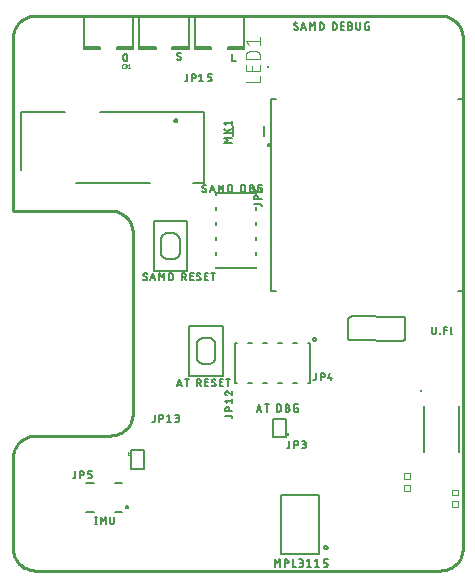
<source format=gbr>
G04 EAGLE Gerber RS-274X export*
G75*
%MOMM*%
%FSLAX34Y34*%
%LPD*%
%INSilkscreen Top*%
%IPPOS*%
%AMOC8*
5,1,8,0,0,1.08239X$1,22.5*%
G01*
%ADD10C,0.152400*%
%ADD11C,0.203200*%
%ADD12C,0.127000*%
%ADD13C,0.200000*%
%ADD14C,0.101600*%
%ADD15C,0.189731*%
%ADD16C,0.030000*%
%ADD17C,0.025400*%
%ADD18R,0.250000X0.250000*%
%ADD19C,0.254000*%


D10*
X138794Y155956D02*
X140826Y162052D01*
X142858Y155956D01*
X142350Y157480D02*
X139302Y157480D01*
X147227Y155956D02*
X147227Y162052D01*
X145534Y162052D02*
X148920Y162052D01*
X155898Y162052D02*
X155898Y155956D01*
X155898Y162052D02*
X157591Y162052D01*
X157672Y162050D01*
X157752Y162044D01*
X157832Y162035D01*
X157911Y162021D01*
X157990Y162004D01*
X158068Y161983D01*
X158145Y161959D01*
X158220Y161931D01*
X158294Y161899D01*
X158367Y161864D01*
X158437Y161825D01*
X158506Y161783D01*
X158573Y161738D01*
X158638Y161690D01*
X158700Y161638D01*
X158759Y161584D01*
X158816Y161527D01*
X158870Y161468D01*
X158922Y161406D01*
X158970Y161341D01*
X159015Y161274D01*
X159057Y161206D01*
X159096Y161135D01*
X159131Y161062D01*
X159163Y160988D01*
X159191Y160913D01*
X159215Y160836D01*
X159236Y160758D01*
X159253Y160679D01*
X159267Y160600D01*
X159276Y160520D01*
X159282Y160440D01*
X159284Y160359D01*
X159282Y160278D01*
X159276Y160198D01*
X159267Y160118D01*
X159253Y160039D01*
X159236Y159960D01*
X159215Y159882D01*
X159191Y159805D01*
X159163Y159730D01*
X159131Y159656D01*
X159096Y159583D01*
X159057Y159513D01*
X159015Y159444D01*
X158970Y159377D01*
X158922Y159312D01*
X158870Y159250D01*
X158816Y159191D01*
X158759Y159134D01*
X158700Y159080D01*
X158638Y159028D01*
X158573Y158980D01*
X158506Y158935D01*
X158438Y158893D01*
X158367Y158854D01*
X158294Y158819D01*
X158220Y158787D01*
X158145Y158759D01*
X158068Y158735D01*
X157990Y158714D01*
X157911Y158697D01*
X157832Y158683D01*
X157752Y158674D01*
X157672Y158668D01*
X157591Y158666D01*
X157591Y158665D02*
X155898Y158665D01*
X157930Y158665D02*
X159285Y155956D01*
X162931Y155956D02*
X165640Y155956D01*
X162931Y155956D02*
X162931Y162052D01*
X165640Y162052D01*
X164963Y159343D02*
X162931Y159343D01*
X170426Y155956D02*
X170499Y155958D01*
X170573Y155964D01*
X170645Y155974D01*
X170717Y155988D01*
X170789Y156005D01*
X170859Y156027D01*
X170928Y156052D01*
X170995Y156081D01*
X171061Y156114D01*
X171125Y156150D01*
X171186Y156189D01*
X171246Y156232D01*
X171303Y156278D01*
X171358Y156327D01*
X171410Y156379D01*
X171459Y156434D01*
X171505Y156491D01*
X171548Y156551D01*
X171587Y156612D01*
X171623Y156676D01*
X171656Y156742D01*
X171685Y156809D01*
X171710Y156878D01*
X171732Y156949D01*
X171749Y157020D01*
X171763Y157092D01*
X171773Y157165D01*
X171779Y157238D01*
X171781Y157311D01*
X170426Y155956D02*
X170323Y155958D01*
X170221Y155963D01*
X170118Y155973D01*
X170017Y155985D01*
X169915Y156002D01*
X169814Y156022D01*
X169715Y156046D01*
X169616Y156073D01*
X169518Y156104D01*
X169421Y156138D01*
X169325Y156176D01*
X169231Y156217D01*
X169139Y156262D01*
X169048Y156310D01*
X168959Y156361D01*
X168871Y156415D01*
X168786Y156472D01*
X168703Y156533D01*
X168622Y156596D01*
X168544Y156662D01*
X168467Y156731D01*
X168394Y156803D01*
X168563Y160697D02*
X168565Y160768D01*
X168570Y160839D01*
X168580Y160909D01*
X168593Y160979D01*
X168609Y161048D01*
X168629Y161116D01*
X168653Y161183D01*
X168680Y161248D01*
X168711Y161312D01*
X168745Y161375D01*
X168782Y161435D01*
X168822Y161493D01*
X168865Y161550D01*
X168911Y161604D01*
X168960Y161655D01*
X169011Y161704D01*
X169065Y161750D01*
X169122Y161793D01*
X169180Y161833D01*
X169241Y161870D01*
X169303Y161904D01*
X169367Y161935D01*
X169432Y161962D01*
X169499Y161986D01*
X169567Y162006D01*
X169636Y162022D01*
X169706Y162035D01*
X169776Y162045D01*
X169847Y162050D01*
X169918Y162052D01*
X170014Y162050D01*
X170110Y162045D01*
X170206Y162036D01*
X170301Y162023D01*
X170396Y162007D01*
X170490Y161987D01*
X170583Y161963D01*
X170675Y161936D01*
X170767Y161906D01*
X170857Y161872D01*
X170945Y161835D01*
X171032Y161794D01*
X171118Y161751D01*
X171202Y161704D01*
X171284Y161653D01*
X171364Y161600D01*
X171442Y161544D01*
X169240Y159512D02*
X169180Y159549D01*
X169121Y159590D01*
X169065Y159634D01*
X169011Y159681D01*
X168960Y159731D01*
X168911Y159783D01*
X168865Y159837D01*
X168822Y159894D01*
X168781Y159953D01*
X168744Y160014D01*
X168710Y160077D01*
X168680Y160142D01*
X168653Y160208D01*
X168629Y160275D01*
X168609Y160344D01*
X168593Y160413D01*
X168580Y160484D01*
X168570Y160554D01*
X168565Y160626D01*
X168563Y160697D01*
X171103Y158496D02*
X171163Y158459D01*
X171222Y158418D01*
X171278Y158374D01*
X171332Y158327D01*
X171383Y158277D01*
X171432Y158225D01*
X171478Y158171D01*
X171522Y158114D01*
X171562Y158055D01*
X171599Y157994D01*
X171633Y157931D01*
X171663Y157866D01*
X171690Y157800D01*
X171714Y157733D01*
X171734Y157664D01*
X171750Y157595D01*
X171763Y157524D01*
X171773Y157454D01*
X171778Y157382D01*
X171780Y157311D01*
X171103Y158496D02*
X169240Y159512D01*
X175275Y155956D02*
X177985Y155956D01*
X175275Y155956D02*
X175275Y162052D01*
X177985Y162052D01*
X177307Y159343D02*
X175275Y159343D01*
X182203Y162052D02*
X182203Y155956D01*
X180509Y162052D02*
X183896Y162052D01*
X208492Y140716D02*
X206460Y134620D01*
X210524Y134620D02*
X208492Y140716D01*
X210016Y136144D02*
X206968Y136144D01*
X214893Y134620D02*
X214893Y140716D01*
X216586Y140716D02*
X213199Y140716D01*
X223486Y140716D02*
X223486Y134620D01*
X223486Y140716D02*
X225180Y140716D01*
X225261Y140714D01*
X225341Y140708D01*
X225421Y140699D01*
X225500Y140685D01*
X225579Y140668D01*
X225657Y140647D01*
X225734Y140623D01*
X225809Y140595D01*
X225883Y140563D01*
X225956Y140528D01*
X226027Y140489D01*
X226095Y140447D01*
X226162Y140402D01*
X226227Y140354D01*
X226289Y140302D01*
X226348Y140248D01*
X226405Y140191D01*
X226459Y140132D01*
X226511Y140070D01*
X226559Y140005D01*
X226604Y139938D01*
X226646Y139870D01*
X226685Y139799D01*
X226720Y139726D01*
X226752Y139652D01*
X226780Y139577D01*
X226804Y139500D01*
X226825Y139422D01*
X226842Y139343D01*
X226856Y139264D01*
X226865Y139184D01*
X226871Y139104D01*
X226873Y139023D01*
X226873Y136313D01*
X226871Y136232D01*
X226865Y136152D01*
X226856Y136072D01*
X226842Y135993D01*
X226825Y135914D01*
X226804Y135836D01*
X226780Y135759D01*
X226752Y135684D01*
X226720Y135610D01*
X226685Y135537D01*
X226646Y135467D01*
X226604Y135398D01*
X226559Y135331D01*
X226511Y135266D01*
X226459Y135204D01*
X226405Y135145D01*
X226348Y135088D01*
X226289Y135034D01*
X226227Y134982D01*
X226162Y134934D01*
X226095Y134889D01*
X226027Y134847D01*
X225956Y134808D01*
X225883Y134773D01*
X225809Y134741D01*
X225734Y134713D01*
X225657Y134689D01*
X225579Y134668D01*
X225500Y134651D01*
X225421Y134637D01*
X225341Y134628D01*
X225261Y134622D01*
X225180Y134620D01*
X223486Y134620D01*
X230979Y138007D02*
X232673Y138007D01*
X232673Y138006D02*
X232754Y138004D01*
X232834Y137998D01*
X232914Y137989D01*
X232993Y137975D01*
X233072Y137958D01*
X233150Y137937D01*
X233227Y137913D01*
X233302Y137885D01*
X233376Y137853D01*
X233449Y137818D01*
X233519Y137779D01*
X233588Y137737D01*
X233655Y137692D01*
X233720Y137644D01*
X233782Y137592D01*
X233841Y137538D01*
X233898Y137481D01*
X233952Y137422D01*
X234004Y137360D01*
X234052Y137295D01*
X234097Y137228D01*
X234139Y137160D01*
X234178Y137089D01*
X234213Y137016D01*
X234245Y136942D01*
X234273Y136867D01*
X234297Y136790D01*
X234318Y136712D01*
X234335Y136633D01*
X234349Y136554D01*
X234358Y136474D01*
X234364Y136394D01*
X234366Y136313D01*
X234364Y136232D01*
X234358Y136152D01*
X234349Y136072D01*
X234335Y135993D01*
X234318Y135914D01*
X234297Y135836D01*
X234273Y135759D01*
X234245Y135684D01*
X234213Y135610D01*
X234178Y135537D01*
X234139Y135467D01*
X234097Y135398D01*
X234052Y135331D01*
X234004Y135266D01*
X233952Y135204D01*
X233898Y135145D01*
X233841Y135088D01*
X233782Y135034D01*
X233720Y134982D01*
X233655Y134934D01*
X233588Y134889D01*
X233520Y134847D01*
X233449Y134808D01*
X233376Y134773D01*
X233302Y134741D01*
X233227Y134713D01*
X233150Y134689D01*
X233072Y134668D01*
X232993Y134651D01*
X232914Y134637D01*
X232834Y134628D01*
X232754Y134622D01*
X232673Y134620D01*
X230979Y134620D01*
X230979Y140716D01*
X232673Y140716D01*
X232745Y140714D01*
X232817Y140708D01*
X232889Y140699D01*
X232959Y140685D01*
X233030Y140668D01*
X233099Y140647D01*
X233166Y140623D01*
X233233Y140595D01*
X233298Y140563D01*
X233361Y140528D01*
X233422Y140490D01*
X233481Y140449D01*
X233538Y140404D01*
X233592Y140357D01*
X233644Y140306D01*
X233693Y140253D01*
X233739Y140198D01*
X233782Y140140D01*
X233822Y140080D01*
X233858Y140018D01*
X233892Y139954D01*
X233921Y139888D01*
X233948Y139821D01*
X233970Y139752D01*
X233989Y139683D01*
X234005Y139612D01*
X234016Y139541D01*
X234024Y139469D01*
X234028Y139397D01*
X234028Y139325D01*
X234024Y139253D01*
X234016Y139181D01*
X234005Y139110D01*
X233989Y139039D01*
X233970Y138970D01*
X233948Y138901D01*
X233921Y138834D01*
X233892Y138768D01*
X233858Y138704D01*
X233822Y138642D01*
X233782Y138582D01*
X233739Y138524D01*
X233693Y138469D01*
X233644Y138416D01*
X233592Y138365D01*
X233538Y138318D01*
X233481Y138273D01*
X233422Y138232D01*
X233361Y138194D01*
X233298Y138159D01*
X233233Y138127D01*
X233166Y138099D01*
X233099Y138075D01*
X233030Y138054D01*
X232959Y138037D01*
X232889Y138023D01*
X232817Y138014D01*
X232745Y138008D01*
X232673Y138006D01*
X240030Y138007D02*
X241046Y138007D01*
X241046Y134620D01*
X239014Y134620D01*
X238943Y134622D01*
X238872Y134627D01*
X238802Y134637D01*
X238732Y134650D01*
X238663Y134666D01*
X238595Y134686D01*
X238528Y134710D01*
X238463Y134737D01*
X238399Y134768D01*
X238337Y134802D01*
X238276Y134839D01*
X238218Y134879D01*
X238161Y134922D01*
X238107Y134968D01*
X238056Y135017D01*
X238007Y135068D01*
X237961Y135122D01*
X237918Y135179D01*
X237878Y135237D01*
X237841Y135298D01*
X237807Y135360D01*
X237776Y135424D01*
X237749Y135489D01*
X237725Y135556D01*
X237705Y135624D01*
X237689Y135693D01*
X237676Y135763D01*
X237666Y135833D01*
X237661Y135904D01*
X237659Y135975D01*
X237659Y139361D01*
X237661Y139434D01*
X237667Y139507D01*
X237677Y139580D01*
X237691Y139652D01*
X237708Y139723D01*
X237730Y139794D01*
X237755Y139863D01*
X237784Y139930D01*
X237817Y139996D01*
X237853Y140060D01*
X237892Y140121D01*
X237935Y140181D01*
X237981Y140238D01*
X238030Y140293D01*
X238082Y140345D01*
X238137Y140394D01*
X238194Y140440D01*
X238254Y140483D01*
X238315Y140522D01*
X238379Y140558D01*
X238445Y140591D01*
X238512Y140620D01*
X238581Y140645D01*
X238651Y140667D01*
X238723Y140684D01*
X238795Y140698D01*
X238867Y140708D01*
X238941Y140714D01*
X239014Y140716D01*
X241046Y140716D01*
X239776Y457962D02*
X239849Y457964D01*
X239923Y457970D01*
X239995Y457980D01*
X240067Y457994D01*
X240139Y458011D01*
X240209Y458033D01*
X240278Y458058D01*
X240345Y458087D01*
X240411Y458120D01*
X240475Y458156D01*
X240536Y458195D01*
X240596Y458238D01*
X240653Y458284D01*
X240708Y458333D01*
X240760Y458385D01*
X240809Y458440D01*
X240855Y458497D01*
X240898Y458557D01*
X240937Y458618D01*
X240973Y458682D01*
X241006Y458748D01*
X241035Y458815D01*
X241060Y458884D01*
X241082Y458955D01*
X241099Y459026D01*
X241113Y459098D01*
X241123Y459171D01*
X241129Y459244D01*
X241131Y459317D01*
X239776Y457962D02*
X239673Y457964D01*
X239571Y457969D01*
X239468Y457979D01*
X239367Y457991D01*
X239265Y458008D01*
X239164Y458028D01*
X239065Y458052D01*
X238966Y458079D01*
X238868Y458110D01*
X238771Y458144D01*
X238675Y458182D01*
X238581Y458223D01*
X238489Y458268D01*
X238398Y458316D01*
X238309Y458367D01*
X238221Y458421D01*
X238136Y458478D01*
X238053Y458539D01*
X237972Y458602D01*
X237894Y458668D01*
X237817Y458737D01*
X237744Y458809D01*
X237913Y462703D02*
X237915Y462774D01*
X237920Y462845D01*
X237930Y462915D01*
X237943Y462985D01*
X237959Y463054D01*
X237979Y463122D01*
X238003Y463189D01*
X238030Y463254D01*
X238061Y463318D01*
X238095Y463381D01*
X238132Y463441D01*
X238172Y463499D01*
X238215Y463556D01*
X238261Y463610D01*
X238310Y463661D01*
X238361Y463710D01*
X238415Y463756D01*
X238472Y463799D01*
X238530Y463839D01*
X238591Y463876D01*
X238653Y463910D01*
X238717Y463941D01*
X238782Y463968D01*
X238849Y463992D01*
X238917Y464012D01*
X238986Y464028D01*
X239056Y464041D01*
X239126Y464051D01*
X239197Y464056D01*
X239268Y464058D01*
X239364Y464056D01*
X239460Y464051D01*
X239556Y464042D01*
X239651Y464029D01*
X239746Y464013D01*
X239840Y463993D01*
X239933Y463969D01*
X240025Y463942D01*
X240117Y463912D01*
X240207Y463878D01*
X240295Y463841D01*
X240382Y463800D01*
X240468Y463757D01*
X240552Y463710D01*
X240634Y463659D01*
X240714Y463606D01*
X240792Y463550D01*
X238590Y461518D02*
X238530Y461555D01*
X238471Y461596D01*
X238415Y461640D01*
X238361Y461687D01*
X238310Y461737D01*
X238261Y461789D01*
X238215Y461843D01*
X238172Y461900D01*
X238131Y461959D01*
X238094Y462020D01*
X238060Y462083D01*
X238030Y462148D01*
X238003Y462214D01*
X237979Y462281D01*
X237959Y462350D01*
X237943Y462419D01*
X237930Y462490D01*
X237920Y462560D01*
X237915Y462632D01*
X237913Y462703D01*
X240454Y460502D02*
X240514Y460465D01*
X240573Y460424D01*
X240629Y460380D01*
X240683Y460333D01*
X240734Y460283D01*
X240783Y460231D01*
X240829Y460177D01*
X240873Y460120D01*
X240913Y460061D01*
X240950Y460000D01*
X240984Y459937D01*
X241014Y459872D01*
X241041Y459806D01*
X241065Y459739D01*
X241085Y459670D01*
X241101Y459601D01*
X241114Y459530D01*
X241124Y459460D01*
X241129Y459388D01*
X241131Y459317D01*
X240453Y460502D02*
X238591Y461518D01*
X244035Y457962D02*
X246067Y464058D01*
X248099Y457962D01*
X247591Y459486D02*
X244543Y459486D01*
X251578Y457962D02*
X251578Y464058D01*
X253610Y460671D01*
X255642Y464058D01*
X255642Y457962D01*
X259689Y457962D02*
X259689Y464058D01*
X261383Y464058D01*
X261464Y464056D01*
X261544Y464050D01*
X261624Y464041D01*
X261703Y464027D01*
X261782Y464010D01*
X261860Y463989D01*
X261937Y463965D01*
X262012Y463937D01*
X262086Y463905D01*
X262159Y463870D01*
X262230Y463831D01*
X262298Y463789D01*
X262365Y463744D01*
X262430Y463696D01*
X262492Y463644D01*
X262551Y463590D01*
X262608Y463533D01*
X262662Y463474D01*
X262714Y463412D01*
X262762Y463347D01*
X262807Y463280D01*
X262849Y463212D01*
X262888Y463141D01*
X262923Y463068D01*
X262955Y462994D01*
X262983Y462919D01*
X263007Y462842D01*
X263028Y462764D01*
X263045Y462685D01*
X263059Y462606D01*
X263068Y462526D01*
X263074Y462446D01*
X263076Y462365D01*
X263076Y459655D01*
X263074Y459574D01*
X263068Y459494D01*
X263059Y459414D01*
X263045Y459335D01*
X263028Y459256D01*
X263007Y459178D01*
X262983Y459101D01*
X262955Y459026D01*
X262923Y458952D01*
X262888Y458879D01*
X262849Y458809D01*
X262807Y458740D01*
X262762Y458673D01*
X262714Y458608D01*
X262662Y458546D01*
X262608Y458487D01*
X262551Y458430D01*
X262492Y458376D01*
X262430Y458324D01*
X262365Y458276D01*
X262298Y458231D01*
X262230Y458189D01*
X262159Y458150D01*
X262086Y458115D01*
X262012Y458083D01*
X261937Y458055D01*
X261860Y458031D01*
X261782Y458010D01*
X261703Y457993D01*
X261624Y457979D01*
X261544Y457970D01*
X261464Y457964D01*
X261383Y457962D01*
X259689Y457962D01*
X270662Y457962D02*
X270662Y464058D01*
X272356Y464058D01*
X272437Y464056D01*
X272517Y464050D01*
X272597Y464041D01*
X272676Y464027D01*
X272755Y464010D01*
X272833Y463989D01*
X272910Y463965D01*
X272985Y463937D01*
X273059Y463905D01*
X273132Y463870D01*
X273203Y463831D01*
X273271Y463789D01*
X273338Y463744D01*
X273403Y463696D01*
X273465Y463644D01*
X273524Y463590D01*
X273581Y463533D01*
X273635Y463474D01*
X273687Y463412D01*
X273735Y463347D01*
X273780Y463280D01*
X273822Y463212D01*
X273861Y463141D01*
X273896Y463068D01*
X273928Y462994D01*
X273956Y462919D01*
X273980Y462842D01*
X274001Y462764D01*
X274018Y462685D01*
X274032Y462606D01*
X274041Y462526D01*
X274047Y462446D01*
X274049Y462365D01*
X274049Y459655D01*
X274047Y459574D01*
X274041Y459494D01*
X274032Y459414D01*
X274018Y459335D01*
X274001Y459256D01*
X273980Y459178D01*
X273956Y459101D01*
X273928Y459026D01*
X273896Y458952D01*
X273861Y458879D01*
X273822Y458809D01*
X273780Y458740D01*
X273735Y458673D01*
X273687Y458608D01*
X273635Y458546D01*
X273581Y458487D01*
X273524Y458430D01*
X273465Y458376D01*
X273403Y458324D01*
X273338Y458276D01*
X273271Y458231D01*
X273203Y458189D01*
X273132Y458150D01*
X273059Y458115D01*
X272985Y458083D01*
X272910Y458055D01*
X272833Y458031D01*
X272755Y458010D01*
X272676Y457993D01*
X272597Y457979D01*
X272517Y457970D01*
X272437Y457964D01*
X272356Y457962D01*
X270662Y457962D01*
X278001Y457962D02*
X280710Y457962D01*
X278001Y457962D02*
X278001Y464058D01*
X280710Y464058D01*
X280033Y461349D02*
X278001Y461349D01*
X284099Y461349D02*
X285792Y461349D01*
X285792Y461348D02*
X285873Y461346D01*
X285953Y461340D01*
X286033Y461331D01*
X286112Y461317D01*
X286191Y461300D01*
X286269Y461279D01*
X286346Y461255D01*
X286421Y461227D01*
X286495Y461195D01*
X286568Y461160D01*
X286639Y461121D01*
X286707Y461079D01*
X286774Y461034D01*
X286839Y460986D01*
X286901Y460934D01*
X286960Y460880D01*
X287017Y460823D01*
X287071Y460764D01*
X287123Y460702D01*
X287171Y460637D01*
X287216Y460570D01*
X287258Y460502D01*
X287297Y460431D01*
X287332Y460358D01*
X287364Y460284D01*
X287392Y460209D01*
X287416Y460132D01*
X287437Y460054D01*
X287454Y459975D01*
X287468Y459896D01*
X287477Y459816D01*
X287483Y459736D01*
X287485Y459655D01*
X287483Y459574D01*
X287477Y459494D01*
X287468Y459414D01*
X287454Y459335D01*
X287437Y459256D01*
X287416Y459178D01*
X287392Y459101D01*
X287364Y459026D01*
X287332Y458952D01*
X287297Y458879D01*
X287258Y458809D01*
X287216Y458740D01*
X287171Y458673D01*
X287123Y458608D01*
X287071Y458546D01*
X287017Y458487D01*
X286960Y458430D01*
X286901Y458376D01*
X286839Y458324D01*
X286774Y458276D01*
X286707Y458231D01*
X286639Y458189D01*
X286568Y458150D01*
X286495Y458115D01*
X286421Y458083D01*
X286346Y458055D01*
X286269Y458031D01*
X286191Y458010D01*
X286112Y457993D01*
X286033Y457979D01*
X285953Y457970D01*
X285873Y457964D01*
X285792Y457962D01*
X284099Y457962D01*
X284099Y464058D01*
X285792Y464058D01*
X285864Y464056D01*
X285936Y464050D01*
X286008Y464041D01*
X286078Y464027D01*
X286149Y464010D01*
X286218Y463989D01*
X286285Y463965D01*
X286352Y463937D01*
X286417Y463905D01*
X286480Y463870D01*
X286541Y463832D01*
X286600Y463791D01*
X286657Y463746D01*
X286711Y463699D01*
X286763Y463648D01*
X286812Y463595D01*
X286858Y463540D01*
X286901Y463482D01*
X286941Y463422D01*
X286977Y463360D01*
X287011Y463296D01*
X287040Y463230D01*
X287067Y463163D01*
X287089Y463094D01*
X287108Y463025D01*
X287124Y462954D01*
X287135Y462883D01*
X287143Y462811D01*
X287147Y462739D01*
X287147Y462667D01*
X287143Y462595D01*
X287135Y462523D01*
X287124Y462452D01*
X287108Y462381D01*
X287089Y462312D01*
X287067Y462243D01*
X287040Y462176D01*
X287011Y462110D01*
X286977Y462046D01*
X286941Y461984D01*
X286901Y461924D01*
X286858Y461866D01*
X286812Y461811D01*
X286763Y461758D01*
X286711Y461707D01*
X286657Y461660D01*
X286600Y461615D01*
X286541Y461574D01*
X286480Y461536D01*
X286417Y461501D01*
X286352Y461469D01*
X286285Y461441D01*
X286218Y461417D01*
X286149Y461396D01*
X286078Y461379D01*
X286008Y461365D01*
X285936Y461356D01*
X285864Y461350D01*
X285792Y461348D01*
X290779Y459655D02*
X290779Y464058D01*
X290779Y459655D02*
X290781Y459574D01*
X290787Y459494D01*
X290796Y459414D01*
X290810Y459335D01*
X290827Y459256D01*
X290848Y459178D01*
X290872Y459101D01*
X290900Y459026D01*
X290932Y458952D01*
X290967Y458879D01*
X291006Y458809D01*
X291048Y458740D01*
X291093Y458673D01*
X291141Y458608D01*
X291193Y458546D01*
X291247Y458487D01*
X291304Y458430D01*
X291363Y458376D01*
X291425Y458324D01*
X291490Y458276D01*
X291557Y458231D01*
X291626Y458189D01*
X291696Y458150D01*
X291769Y458115D01*
X291843Y458083D01*
X291918Y458055D01*
X291995Y458031D01*
X292073Y458010D01*
X292152Y457993D01*
X292231Y457979D01*
X292311Y457970D01*
X292391Y457964D01*
X292472Y457962D01*
X292553Y457964D01*
X292633Y457970D01*
X292713Y457979D01*
X292792Y457993D01*
X292871Y458010D01*
X292949Y458031D01*
X293026Y458055D01*
X293101Y458083D01*
X293175Y458115D01*
X293248Y458150D01*
X293319Y458189D01*
X293387Y458231D01*
X293454Y458276D01*
X293519Y458324D01*
X293581Y458376D01*
X293640Y458430D01*
X293697Y458487D01*
X293751Y458546D01*
X293803Y458608D01*
X293851Y458673D01*
X293896Y458740D01*
X293938Y458809D01*
X293977Y458879D01*
X294012Y458952D01*
X294044Y459026D01*
X294072Y459101D01*
X294096Y459178D01*
X294117Y459256D01*
X294134Y459335D01*
X294148Y459414D01*
X294157Y459494D01*
X294163Y459574D01*
X294165Y459655D01*
X294166Y459655D02*
X294166Y464058D01*
X300465Y461349D02*
X301481Y461349D01*
X301481Y457962D01*
X299449Y457962D01*
X299378Y457964D01*
X299307Y457969D01*
X299237Y457979D01*
X299167Y457992D01*
X299098Y458008D01*
X299030Y458028D01*
X298963Y458052D01*
X298898Y458079D01*
X298834Y458110D01*
X298772Y458144D01*
X298711Y458181D01*
X298653Y458221D01*
X298596Y458264D01*
X298542Y458310D01*
X298491Y458359D01*
X298442Y458410D01*
X298396Y458464D01*
X298353Y458521D01*
X298313Y458579D01*
X298276Y458640D01*
X298242Y458702D01*
X298211Y458766D01*
X298184Y458831D01*
X298160Y458898D01*
X298140Y458966D01*
X298124Y459035D01*
X298111Y459105D01*
X298101Y459175D01*
X298096Y459246D01*
X298094Y459317D01*
X298094Y462703D01*
X298096Y462776D01*
X298102Y462849D01*
X298112Y462922D01*
X298126Y462994D01*
X298143Y463065D01*
X298165Y463136D01*
X298190Y463205D01*
X298219Y463272D01*
X298252Y463338D01*
X298288Y463402D01*
X298327Y463463D01*
X298370Y463523D01*
X298416Y463580D01*
X298465Y463635D01*
X298517Y463687D01*
X298572Y463736D01*
X298629Y463782D01*
X298689Y463825D01*
X298750Y463864D01*
X298814Y463900D01*
X298880Y463933D01*
X298947Y463962D01*
X299016Y463987D01*
X299086Y464009D01*
X299158Y464026D01*
X299230Y464040D01*
X299302Y464050D01*
X299376Y464056D01*
X299449Y464058D01*
X301481Y464058D01*
X113623Y247227D02*
X113621Y247154D01*
X113615Y247081D01*
X113605Y247008D01*
X113591Y246936D01*
X113574Y246865D01*
X113552Y246794D01*
X113527Y246725D01*
X113498Y246658D01*
X113465Y246592D01*
X113429Y246528D01*
X113390Y246467D01*
X113347Y246407D01*
X113301Y246350D01*
X113252Y246295D01*
X113200Y246243D01*
X113145Y246194D01*
X113088Y246148D01*
X113028Y246105D01*
X112967Y246066D01*
X112903Y246030D01*
X112837Y245997D01*
X112770Y245968D01*
X112701Y245943D01*
X112631Y245921D01*
X112559Y245904D01*
X112487Y245890D01*
X112415Y245880D01*
X112341Y245874D01*
X112268Y245872D01*
X112165Y245874D01*
X112063Y245879D01*
X111960Y245889D01*
X111859Y245901D01*
X111757Y245918D01*
X111656Y245938D01*
X111557Y245962D01*
X111458Y245989D01*
X111360Y246020D01*
X111263Y246054D01*
X111167Y246092D01*
X111073Y246133D01*
X110981Y246178D01*
X110890Y246226D01*
X110801Y246277D01*
X110713Y246331D01*
X110628Y246388D01*
X110545Y246449D01*
X110464Y246512D01*
X110386Y246578D01*
X110309Y246647D01*
X110236Y246719D01*
X110405Y250613D02*
X110407Y250684D01*
X110412Y250755D01*
X110422Y250825D01*
X110435Y250895D01*
X110451Y250964D01*
X110471Y251032D01*
X110495Y251099D01*
X110522Y251164D01*
X110553Y251228D01*
X110587Y251291D01*
X110624Y251351D01*
X110664Y251409D01*
X110707Y251466D01*
X110753Y251520D01*
X110802Y251571D01*
X110853Y251620D01*
X110907Y251666D01*
X110964Y251709D01*
X111022Y251749D01*
X111083Y251786D01*
X111145Y251820D01*
X111209Y251851D01*
X111274Y251878D01*
X111341Y251902D01*
X111409Y251922D01*
X111478Y251938D01*
X111548Y251951D01*
X111618Y251961D01*
X111689Y251966D01*
X111760Y251968D01*
X111856Y251966D01*
X111952Y251961D01*
X112048Y251952D01*
X112143Y251939D01*
X112238Y251923D01*
X112332Y251903D01*
X112425Y251879D01*
X112517Y251852D01*
X112609Y251822D01*
X112699Y251788D01*
X112787Y251751D01*
X112874Y251710D01*
X112960Y251667D01*
X113044Y251620D01*
X113126Y251569D01*
X113206Y251516D01*
X113284Y251460D01*
X111082Y249428D02*
X111022Y249465D01*
X110963Y249506D01*
X110907Y249550D01*
X110853Y249597D01*
X110802Y249647D01*
X110753Y249699D01*
X110707Y249753D01*
X110664Y249810D01*
X110623Y249869D01*
X110586Y249930D01*
X110552Y249993D01*
X110522Y250058D01*
X110495Y250124D01*
X110471Y250191D01*
X110451Y250260D01*
X110435Y250329D01*
X110422Y250400D01*
X110412Y250470D01*
X110407Y250542D01*
X110405Y250613D01*
X112946Y248412D02*
X113006Y248375D01*
X113065Y248334D01*
X113121Y248290D01*
X113175Y248243D01*
X113226Y248193D01*
X113275Y248141D01*
X113321Y248087D01*
X113365Y248030D01*
X113405Y247971D01*
X113442Y247910D01*
X113476Y247847D01*
X113506Y247782D01*
X113533Y247716D01*
X113557Y247649D01*
X113577Y247580D01*
X113593Y247511D01*
X113606Y247440D01*
X113616Y247370D01*
X113621Y247298D01*
X113623Y247227D01*
X112945Y248412D02*
X111083Y249428D01*
X116527Y245872D02*
X118559Y251968D01*
X120591Y245872D01*
X120083Y247396D02*
X117035Y247396D01*
X124070Y245872D02*
X124070Y251968D01*
X126102Y248581D01*
X128134Y251968D01*
X128134Y245872D01*
X132181Y245872D02*
X132181Y251968D01*
X133875Y251968D01*
X133956Y251966D01*
X134036Y251960D01*
X134116Y251951D01*
X134195Y251937D01*
X134274Y251920D01*
X134352Y251899D01*
X134429Y251875D01*
X134504Y251847D01*
X134578Y251815D01*
X134651Y251780D01*
X134722Y251741D01*
X134790Y251699D01*
X134857Y251654D01*
X134922Y251606D01*
X134984Y251554D01*
X135043Y251500D01*
X135100Y251443D01*
X135154Y251384D01*
X135206Y251322D01*
X135254Y251257D01*
X135299Y251190D01*
X135341Y251122D01*
X135380Y251051D01*
X135415Y250978D01*
X135447Y250904D01*
X135475Y250829D01*
X135499Y250752D01*
X135520Y250674D01*
X135537Y250595D01*
X135551Y250516D01*
X135560Y250436D01*
X135566Y250356D01*
X135568Y250275D01*
X135568Y247565D01*
X135566Y247484D01*
X135560Y247404D01*
X135551Y247324D01*
X135537Y247245D01*
X135520Y247166D01*
X135499Y247088D01*
X135475Y247011D01*
X135447Y246936D01*
X135415Y246862D01*
X135380Y246789D01*
X135341Y246719D01*
X135299Y246650D01*
X135254Y246583D01*
X135206Y246518D01*
X135154Y246456D01*
X135100Y246397D01*
X135043Y246340D01*
X134984Y246286D01*
X134922Y246234D01*
X134857Y246186D01*
X134790Y246141D01*
X134722Y246099D01*
X134651Y246060D01*
X134578Y246025D01*
X134504Y245993D01*
X134429Y245965D01*
X134352Y245941D01*
X134274Y245920D01*
X134195Y245903D01*
X134116Y245889D01*
X134036Y245880D01*
X133956Y245874D01*
X133875Y245872D01*
X132181Y245872D01*
X143232Y245872D02*
X143232Y251968D01*
X144925Y251968D01*
X145006Y251966D01*
X145086Y251960D01*
X145166Y251951D01*
X145245Y251937D01*
X145324Y251920D01*
X145402Y251899D01*
X145479Y251875D01*
X145554Y251847D01*
X145628Y251815D01*
X145701Y251780D01*
X145771Y251741D01*
X145840Y251699D01*
X145907Y251654D01*
X145972Y251606D01*
X146034Y251554D01*
X146093Y251500D01*
X146150Y251443D01*
X146204Y251384D01*
X146256Y251322D01*
X146304Y251257D01*
X146349Y251190D01*
X146391Y251122D01*
X146430Y251051D01*
X146465Y250978D01*
X146497Y250904D01*
X146525Y250829D01*
X146549Y250752D01*
X146570Y250674D01*
X146587Y250595D01*
X146601Y250516D01*
X146610Y250436D01*
X146616Y250356D01*
X146618Y250275D01*
X146616Y250194D01*
X146610Y250114D01*
X146601Y250034D01*
X146587Y249955D01*
X146570Y249876D01*
X146549Y249798D01*
X146525Y249721D01*
X146497Y249646D01*
X146465Y249572D01*
X146430Y249499D01*
X146391Y249429D01*
X146349Y249360D01*
X146304Y249293D01*
X146256Y249228D01*
X146204Y249166D01*
X146150Y249107D01*
X146093Y249050D01*
X146034Y248996D01*
X145972Y248944D01*
X145907Y248896D01*
X145840Y248851D01*
X145772Y248809D01*
X145701Y248770D01*
X145628Y248735D01*
X145554Y248703D01*
X145479Y248675D01*
X145402Y248651D01*
X145324Y248630D01*
X145245Y248613D01*
X145166Y248599D01*
X145086Y248590D01*
X145006Y248584D01*
X144925Y248582D01*
X144925Y248581D02*
X143232Y248581D01*
X145264Y248581D02*
X146618Y245872D01*
X150264Y245872D02*
X152974Y245872D01*
X150264Y245872D02*
X150264Y251968D01*
X152974Y251968D01*
X152296Y249259D02*
X150264Y249259D01*
X157759Y245872D02*
X157832Y245874D01*
X157906Y245880D01*
X157978Y245890D01*
X158050Y245904D01*
X158122Y245921D01*
X158192Y245943D01*
X158261Y245968D01*
X158328Y245997D01*
X158394Y246030D01*
X158458Y246066D01*
X158519Y246105D01*
X158579Y246148D01*
X158636Y246194D01*
X158691Y246243D01*
X158743Y246295D01*
X158792Y246350D01*
X158838Y246407D01*
X158881Y246467D01*
X158920Y246528D01*
X158956Y246592D01*
X158989Y246658D01*
X159018Y246725D01*
X159043Y246794D01*
X159065Y246865D01*
X159082Y246936D01*
X159096Y247008D01*
X159106Y247081D01*
X159112Y247154D01*
X159114Y247227D01*
X157759Y245872D02*
X157656Y245874D01*
X157554Y245879D01*
X157451Y245889D01*
X157350Y245901D01*
X157248Y245918D01*
X157147Y245938D01*
X157048Y245962D01*
X156949Y245989D01*
X156851Y246020D01*
X156754Y246054D01*
X156658Y246092D01*
X156564Y246133D01*
X156472Y246178D01*
X156381Y246226D01*
X156292Y246277D01*
X156204Y246331D01*
X156119Y246388D01*
X156036Y246449D01*
X155955Y246512D01*
X155877Y246578D01*
X155800Y246647D01*
X155727Y246719D01*
X155896Y250613D02*
X155898Y250684D01*
X155903Y250755D01*
X155913Y250825D01*
X155926Y250895D01*
X155942Y250964D01*
X155962Y251032D01*
X155986Y251099D01*
X156013Y251164D01*
X156044Y251228D01*
X156078Y251291D01*
X156115Y251351D01*
X156155Y251409D01*
X156198Y251466D01*
X156244Y251520D01*
X156293Y251571D01*
X156344Y251620D01*
X156398Y251666D01*
X156455Y251709D01*
X156513Y251749D01*
X156574Y251786D01*
X156636Y251820D01*
X156700Y251851D01*
X156765Y251878D01*
X156832Y251902D01*
X156900Y251922D01*
X156969Y251938D01*
X157039Y251951D01*
X157109Y251961D01*
X157180Y251966D01*
X157251Y251968D01*
X157347Y251966D01*
X157443Y251961D01*
X157539Y251952D01*
X157634Y251939D01*
X157729Y251923D01*
X157823Y251903D01*
X157916Y251879D01*
X158008Y251852D01*
X158100Y251822D01*
X158190Y251788D01*
X158278Y251751D01*
X158365Y251710D01*
X158451Y251667D01*
X158535Y251620D01*
X158617Y251569D01*
X158697Y251516D01*
X158775Y251460D01*
X156573Y249428D02*
X156513Y249465D01*
X156454Y249506D01*
X156398Y249550D01*
X156344Y249597D01*
X156293Y249647D01*
X156244Y249699D01*
X156198Y249753D01*
X156155Y249810D01*
X156114Y249869D01*
X156077Y249930D01*
X156043Y249993D01*
X156013Y250058D01*
X155986Y250124D01*
X155962Y250191D01*
X155942Y250260D01*
X155926Y250329D01*
X155913Y250400D01*
X155903Y250470D01*
X155898Y250542D01*
X155896Y250613D01*
X158437Y248412D02*
X158497Y248375D01*
X158556Y248334D01*
X158612Y248290D01*
X158666Y248243D01*
X158717Y248193D01*
X158766Y248141D01*
X158812Y248087D01*
X158856Y248030D01*
X158896Y247971D01*
X158933Y247910D01*
X158967Y247847D01*
X158997Y247782D01*
X159024Y247716D01*
X159048Y247649D01*
X159068Y247580D01*
X159084Y247511D01*
X159097Y247440D01*
X159107Y247370D01*
X159112Y247298D01*
X159114Y247227D01*
X158436Y248412D02*
X156574Y249428D01*
X162609Y245872D02*
X165318Y245872D01*
X162609Y245872D02*
X162609Y251968D01*
X165318Y251968D01*
X164641Y249259D02*
X162609Y249259D01*
X169536Y251968D02*
X169536Y245872D01*
X167843Y251968D02*
X171230Y251968D01*
X355092Y206502D02*
X355092Y202099D01*
X355094Y202018D01*
X355100Y201938D01*
X355109Y201858D01*
X355123Y201779D01*
X355140Y201700D01*
X355161Y201622D01*
X355185Y201545D01*
X355213Y201470D01*
X355245Y201396D01*
X355280Y201323D01*
X355319Y201253D01*
X355361Y201184D01*
X355406Y201117D01*
X355454Y201052D01*
X355506Y200990D01*
X355560Y200931D01*
X355617Y200874D01*
X355676Y200820D01*
X355738Y200768D01*
X355803Y200720D01*
X355870Y200675D01*
X355939Y200633D01*
X356009Y200594D01*
X356082Y200559D01*
X356156Y200527D01*
X356231Y200499D01*
X356308Y200475D01*
X356386Y200454D01*
X356465Y200437D01*
X356544Y200423D01*
X356624Y200414D01*
X356704Y200408D01*
X356785Y200406D01*
X356866Y200408D01*
X356946Y200414D01*
X357026Y200423D01*
X357105Y200437D01*
X357184Y200454D01*
X357262Y200475D01*
X357339Y200499D01*
X357414Y200527D01*
X357488Y200559D01*
X357561Y200594D01*
X357632Y200633D01*
X357700Y200675D01*
X357767Y200720D01*
X357832Y200768D01*
X357894Y200820D01*
X357953Y200874D01*
X358010Y200931D01*
X358064Y200990D01*
X358116Y201052D01*
X358164Y201117D01*
X358209Y201184D01*
X358251Y201253D01*
X358290Y201323D01*
X358325Y201396D01*
X358357Y201470D01*
X358385Y201545D01*
X358409Y201622D01*
X358430Y201700D01*
X358447Y201779D01*
X358461Y201858D01*
X358470Y201938D01*
X358476Y202018D01*
X358478Y202099D01*
X358479Y202099D02*
X358479Y206502D01*
X361645Y200745D02*
X361645Y200406D01*
X361645Y200745D02*
X361984Y200745D01*
X361984Y200406D01*
X361645Y200406D01*
X365174Y200406D02*
X365174Y206502D01*
X367883Y206502D01*
X367883Y203793D02*
X365174Y203793D01*
X370732Y201422D02*
X370732Y206502D01*
X370732Y201422D02*
X370734Y201361D01*
X370739Y201300D01*
X370749Y201239D01*
X370762Y201179D01*
X370778Y201120D01*
X370798Y201062D01*
X370822Y201005D01*
X370848Y200950D01*
X370879Y200896D01*
X370912Y200845D01*
X370948Y200795D01*
X370988Y200748D01*
X371030Y200704D01*
X371074Y200662D01*
X371121Y200622D01*
X371171Y200586D01*
X371222Y200553D01*
X371276Y200522D01*
X371331Y200496D01*
X371388Y200472D01*
X371446Y200452D01*
X371505Y200436D01*
X371565Y200423D01*
X371626Y200413D01*
X371687Y200408D01*
X371748Y200406D01*
X70273Y45720D02*
X70273Y39624D01*
X69596Y39624D02*
X70951Y39624D01*
X70951Y45720D02*
X69596Y45720D01*
X74414Y45720D02*
X74414Y39624D01*
X76446Y42333D02*
X74414Y45720D01*
X76446Y42333D02*
X78478Y45720D01*
X78478Y39624D01*
X82525Y41317D02*
X82525Y45720D01*
X82525Y41317D02*
X82527Y41236D01*
X82533Y41156D01*
X82542Y41076D01*
X82556Y40997D01*
X82573Y40918D01*
X82594Y40840D01*
X82618Y40763D01*
X82646Y40688D01*
X82678Y40614D01*
X82713Y40541D01*
X82752Y40471D01*
X82794Y40402D01*
X82839Y40335D01*
X82887Y40270D01*
X82939Y40208D01*
X82993Y40149D01*
X83050Y40092D01*
X83109Y40038D01*
X83171Y39986D01*
X83236Y39938D01*
X83303Y39893D01*
X83372Y39851D01*
X83442Y39812D01*
X83515Y39777D01*
X83589Y39745D01*
X83664Y39717D01*
X83741Y39693D01*
X83819Y39672D01*
X83898Y39655D01*
X83977Y39641D01*
X84057Y39632D01*
X84137Y39626D01*
X84218Y39624D01*
X84299Y39626D01*
X84379Y39632D01*
X84459Y39641D01*
X84538Y39655D01*
X84617Y39672D01*
X84695Y39693D01*
X84772Y39717D01*
X84847Y39745D01*
X84921Y39777D01*
X84994Y39812D01*
X85065Y39851D01*
X85133Y39893D01*
X85200Y39938D01*
X85265Y39986D01*
X85327Y40038D01*
X85386Y40092D01*
X85443Y40149D01*
X85497Y40208D01*
X85549Y40270D01*
X85597Y40335D01*
X85642Y40402D01*
X85684Y40471D01*
X85723Y40541D01*
X85758Y40614D01*
X85790Y40688D01*
X85818Y40763D01*
X85842Y40840D01*
X85863Y40918D01*
X85880Y40997D01*
X85894Y41076D01*
X85903Y41156D01*
X85909Y41236D01*
X85911Y41317D01*
X85911Y45720D01*
X221801Y9398D02*
X221801Y3302D01*
X223833Y6011D02*
X221801Y9398D01*
X223833Y6011D02*
X225865Y9398D01*
X225865Y3302D01*
X230090Y3302D02*
X230090Y9398D01*
X231784Y9398D01*
X231865Y9396D01*
X231945Y9390D01*
X232025Y9381D01*
X232104Y9367D01*
X232183Y9350D01*
X232261Y9329D01*
X232338Y9305D01*
X232413Y9277D01*
X232487Y9245D01*
X232560Y9210D01*
X232630Y9171D01*
X232699Y9129D01*
X232766Y9084D01*
X232831Y9036D01*
X232893Y8984D01*
X232952Y8930D01*
X233009Y8873D01*
X233063Y8814D01*
X233115Y8752D01*
X233163Y8687D01*
X233208Y8620D01*
X233250Y8552D01*
X233289Y8481D01*
X233324Y8408D01*
X233356Y8334D01*
X233384Y8259D01*
X233408Y8182D01*
X233429Y8104D01*
X233446Y8025D01*
X233460Y7946D01*
X233469Y7866D01*
X233475Y7786D01*
X233477Y7705D01*
X233475Y7624D01*
X233469Y7544D01*
X233460Y7464D01*
X233446Y7385D01*
X233429Y7306D01*
X233408Y7228D01*
X233384Y7151D01*
X233356Y7076D01*
X233324Y7002D01*
X233289Y6929D01*
X233250Y6859D01*
X233208Y6790D01*
X233163Y6723D01*
X233115Y6658D01*
X233063Y6596D01*
X233009Y6537D01*
X232952Y6480D01*
X232893Y6426D01*
X232831Y6374D01*
X232766Y6326D01*
X232699Y6281D01*
X232631Y6239D01*
X232560Y6200D01*
X232487Y6165D01*
X232413Y6133D01*
X232338Y6105D01*
X232261Y6081D01*
X232183Y6060D01*
X232104Y6043D01*
X232025Y6029D01*
X231945Y6020D01*
X231865Y6014D01*
X231784Y6012D01*
X231784Y6011D02*
X230090Y6011D01*
X236794Y3302D02*
X236794Y9398D01*
X236794Y3302D02*
X239504Y3302D01*
X242485Y3302D02*
X244179Y3302D01*
X244260Y3304D01*
X244340Y3310D01*
X244420Y3319D01*
X244499Y3333D01*
X244578Y3350D01*
X244656Y3371D01*
X244733Y3395D01*
X244808Y3423D01*
X244882Y3455D01*
X244955Y3490D01*
X245026Y3529D01*
X245094Y3571D01*
X245161Y3616D01*
X245226Y3664D01*
X245288Y3716D01*
X245347Y3770D01*
X245404Y3827D01*
X245458Y3886D01*
X245510Y3948D01*
X245558Y4013D01*
X245603Y4080D01*
X245645Y4149D01*
X245684Y4219D01*
X245719Y4292D01*
X245751Y4366D01*
X245779Y4441D01*
X245803Y4518D01*
X245824Y4596D01*
X245841Y4675D01*
X245855Y4754D01*
X245864Y4834D01*
X245870Y4914D01*
X245872Y4995D01*
X245870Y5076D01*
X245864Y5156D01*
X245855Y5236D01*
X245841Y5315D01*
X245824Y5394D01*
X245803Y5472D01*
X245779Y5549D01*
X245751Y5624D01*
X245719Y5698D01*
X245684Y5771D01*
X245645Y5842D01*
X245603Y5910D01*
X245558Y5977D01*
X245510Y6042D01*
X245458Y6104D01*
X245404Y6163D01*
X245347Y6220D01*
X245288Y6274D01*
X245226Y6326D01*
X245161Y6374D01*
X245094Y6419D01*
X245025Y6461D01*
X244955Y6500D01*
X244882Y6535D01*
X244808Y6567D01*
X244733Y6595D01*
X244656Y6619D01*
X244578Y6640D01*
X244499Y6657D01*
X244420Y6671D01*
X244340Y6680D01*
X244260Y6686D01*
X244179Y6688D01*
X244517Y9398D02*
X242485Y9398D01*
X244517Y9398D02*
X244589Y9396D01*
X244661Y9390D01*
X244733Y9381D01*
X244803Y9367D01*
X244874Y9350D01*
X244943Y9329D01*
X245010Y9305D01*
X245077Y9277D01*
X245142Y9245D01*
X245205Y9210D01*
X245266Y9172D01*
X245325Y9131D01*
X245382Y9086D01*
X245436Y9039D01*
X245488Y8988D01*
X245537Y8935D01*
X245583Y8880D01*
X245626Y8822D01*
X245666Y8762D01*
X245702Y8700D01*
X245736Y8636D01*
X245765Y8570D01*
X245792Y8503D01*
X245814Y8434D01*
X245833Y8365D01*
X245849Y8294D01*
X245860Y8223D01*
X245868Y8151D01*
X245872Y8079D01*
X245872Y8007D01*
X245868Y7935D01*
X245860Y7863D01*
X245849Y7792D01*
X245833Y7721D01*
X245814Y7652D01*
X245792Y7583D01*
X245765Y7516D01*
X245736Y7450D01*
X245702Y7386D01*
X245666Y7324D01*
X245626Y7264D01*
X245583Y7206D01*
X245537Y7151D01*
X245488Y7098D01*
X245436Y7047D01*
X245382Y7000D01*
X245325Y6955D01*
X245266Y6914D01*
X245205Y6876D01*
X245142Y6841D01*
X245077Y6809D01*
X245010Y6781D01*
X244943Y6757D01*
X244874Y6736D01*
X244803Y6719D01*
X244733Y6705D01*
X244661Y6696D01*
X244589Y6690D01*
X244517Y6688D01*
X244517Y6689D02*
X243163Y6689D01*
X249343Y8043D02*
X251037Y9398D01*
X251037Y3302D01*
X252730Y3302D02*
X249343Y3302D01*
X256201Y8043D02*
X257895Y9398D01*
X257895Y3302D01*
X259588Y3302D02*
X256201Y3302D01*
X263059Y3302D02*
X265091Y3302D01*
X265162Y3304D01*
X265233Y3309D01*
X265303Y3319D01*
X265373Y3332D01*
X265442Y3348D01*
X265510Y3368D01*
X265577Y3392D01*
X265642Y3419D01*
X265706Y3450D01*
X265769Y3484D01*
X265829Y3521D01*
X265887Y3561D01*
X265944Y3604D01*
X265998Y3650D01*
X266049Y3699D01*
X266098Y3750D01*
X266144Y3804D01*
X266187Y3861D01*
X266227Y3919D01*
X266264Y3980D01*
X266298Y4042D01*
X266329Y4106D01*
X266356Y4171D01*
X266380Y4238D01*
X266400Y4306D01*
X266416Y4375D01*
X266429Y4445D01*
X266439Y4515D01*
X266444Y4586D01*
X266446Y4657D01*
X266446Y5334D01*
X266444Y5405D01*
X266439Y5476D01*
X266429Y5546D01*
X266416Y5616D01*
X266400Y5685D01*
X266380Y5753D01*
X266356Y5820D01*
X266329Y5885D01*
X266298Y5949D01*
X266264Y6012D01*
X266227Y6072D01*
X266187Y6130D01*
X266144Y6187D01*
X266098Y6241D01*
X266049Y6292D01*
X265998Y6341D01*
X265944Y6387D01*
X265887Y6430D01*
X265829Y6470D01*
X265769Y6507D01*
X265706Y6541D01*
X265642Y6572D01*
X265577Y6599D01*
X265510Y6623D01*
X265442Y6643D01*
X265373Y6659D01*
X265303Y6672D01*
X265233Y6682D01*
X265162Y6687D01*
X265091Y6689D01*
X263059Y6689D01*
X263059Y9398D01*
X266446Y9398D01*
X185886Y431546D02*
X185886Y437642D01*
X185886Y431546D02*
X188595Y431546D01*
X93641Y433239D02*
X93641Y435949D01*
X93642Y435949D02*
X93644Y436030D01*
X93650Y436110D01*
X93659Y436190D01*
X93673Y436269D01*
X93690Y436348D01*
X93711Y436426D01*
X93735Y436503D01*
X93763Y436578D01*
X93795Y436652D01*
X93830Y436725D01*
X93869Y436796D01*
X93911Y436864D01*
X93956Y436931D01*
X94004Y436996D01*
X94056Y437058D01*
X94110Y437117D01*
X94167Y437174D01*
X94226Y437228D01*
X94288Y437280D01*
X94353Y437328D01*
X94420Y437373D01*
X94489Y437415D01*
X94559Y437454D01*
X94632Y437489D01*
X94706Y437521D01*
X94781Y437549D01*
X94858Y437573D01*
X94936Y437594D01*
X95015Y437611D01*
X95094Y437625D01*
X95174Y437634D01*
X95254Y437640D01*
X95335Y437642D01*
X95416Y437640D01*
X95496Y437634D01*
X95576Y437625D01*
X95655Y437611D01*
X95734Y437594D01*
X95812Y437573D01*
X95889Y437549D01*
X95964Y437521D01*
X96038Y437489D01*
X96111Y437454D01*
X96182Y437415D01*
X96250Y437373D01*
X96317Y437328D01*
X96382Y437280D01*
X96444Y437228D01*
X96503Y437174D01*
X96560Y437117D01*
X96614Y437058D01*
X96666Y436996D01*
X96714Y436931D01*
X96759Y436864D01*
X96801Y436796D01*
X96840Y436725D01*
X96875Y436652D01*
X96907Y436578D01*
X96935Y436503D01*
X96959Y436426D01*
X96980Y436348D01*
X96997Y436269D01*
X97011Y436190D01*
X97020Y436110D01*
X97026Y436030D01*
X97028Y435949D01*
X97028Y433239D01*
X97026Y433158D01*
X97020Y433078D01*
X97011Y432998D01*
X96997Y432919D01*
X96980Y432840D01*
X96959Y432762D01*
X96935Y432685D01*
X96907Y432610D01*
X96875Y432536D01*
X96840Y432463D01*
X96801Y432393D01*
X96759Y432324D01*
X96714Y432257D01*
X96666Y432192D01*
X96614Y432130D01*
X96560Y432071D01*
X96503Y432014D01*
X96444Y431960D01*
X96382Y431908D01*
X96317Y431860D01*
X96250Y431815D01*
X96182Y431773D01*
X96111Y431734D01*
X96038Y431699D01*
X95964Y431667D01*
X95889Y431639D01*
X95812Y431615D01*
X95734Y431594D01*
X95655Y431577D01*
X95576Y431563D01*
X95496Y431554D01*
X95416Y431548D01*
X95335Y431546D01*
X95254Y431548D01*
X95174Y431554D01*
X95094Y431563D01*
X95015Y431577D01*
X94936Y431594D01*
X94858Y431615D01*
X94781Y431639D01*
X94706Y431667D01*
X94632Y431699D01*
X94559Y431734D01*
X94489Y431773D01*
X94420Y431815D01*
X94353Y431860D01*
X94288Y431908D01*
X94226Y431960D01*
X94167Y432014D01*
X94110Y432071D01*
X94056Y432130D01*
X94004Y432192D01*
X93956Y432257D01*
X93911Y432324D01*
X93869Y432393D01*
X93830Y432463D01*
X93795Y432536D01*
X93763Y432610D01*
X93735Y432685D01*
X93711Y432762D01*
X93690Y432840D01*
X93673Y432919D01*
X93659Y432998D01*
X93650Y433078D01*
X93644Y433158D01*
X93642Y433239D01*
X140970Y432435D02*
X141043Y432437D01*
X141117Y432443D01*
X141189Y432453D01*
X141261Y432467D01*
X141333Y432484D01*
X141403Y432506D01*
X141472Y432531D01*
X141539Y432560D01*
X141605Y432593D01*
X141669Y432629D01*
X141730Y432668D01*
X141790Y432711D01*
X141847Y432757D01*
X141902Y432806D01*
X141954Y432858D01*
X142003Y432913D01*
X142049Y432970D01*
X142092Y433030D01*
X142131Y433091D01*
X142167Y433155D01*
X142200Y433221D01*
X142229Y433288D01*
X142254Y433357D01*
X142276Y433428D01*
X142293Y433499D01*
X142307Y433571D01*
X142317Y433644D01*
X142323Y433717D01*
X142325Y433790D01*
X140970Y432435D02*
X140867Y432437D01*
X140765Y432442D01*
X140662Y432452D01*
X140561Y432464D01*
X140459Y432481D01*
X140358Y432501D01*
X140259Y432525D01*
X140160Y432552D01*
X140062Y432583D01*
X139965Y432617D01*
X139869Y432655D01*
X139775Y432696D01*
X139683Y432741D01*
X139592Y432789D01*
X139503Y432840D01*
X139415Y432894D01*
X139330Y432951D01*
X139247Y433012D01*
X139166Y433075D01*
X139088Y433141D01*
X139011Y433210D01*
X138938Y433282D01*
X139107Y437176D02*
X139109Y437247D01*
X139114Y437318D01*
X139124Y437388D01*
X139137Y437458D01*
X139153Y437527D01*
X139173Y437595D01*
X139197Y437662D01*
X139224Y437727D01*
X139255Y437791D01*
X139289Y437854D01*
X139326Y437914D01*
X139366Y437972D01*
X139409Y438029D01*
X139455Y438083D01*
X139504Y438134D01*
X139555Y438183D01*
X139609Y438229D01*
X139666Y438272D01*
X139724Y438312D01*
X139785Y438349D01*
X139847Y438383D01*
X139911Y438414D01*
X139976Y438441D01*
X140043Y438465D01*
X140111Y438485D01*
X140180Y438501D01*
X140250Y438514D01*
X140320Y438524D01*
X140391Y438529D01*
X140462Y438531D01*
X140558Y438529D01*
X140654Y438524D01*
X140750Y438515D01*
X140845Y438502D01*
X140940Y438486D01*
X141034Y438466D01*
X141127Y438442D01*
X141219Y438415D01*
X141311Y438385D01*
X141401Y438351D01*
X141489Y438314D01*
X141576Y438273D01*
X141662Y438230D01*
X141746Y438183D01*
X141828Y438132D01*
X141908Y438079D01*
X141986Y438023D01*
X139784Y435991D02*
X139724Y436028D01*
X139665Y436069D01*
X139609Y436113D01*
X139555Y436160D01*
X139504Y436210D01*
X139455Y436262D01*
X139409Y436316D01*
X139366Y436373D01*
X139325Y436432D01*
X139288Y436493D01*
X139254Y436556D01*
X139224Y436621D01*
X139197Y436687D01*
X139173Y436754D01*
X139153Y436823D01*
X139137Y436892D01*
X139124Y436963D01*
X139114Y437033D01*
X139109Y437105D01*
X139107Y437176D01*
X141648Y434975D02*
X141708Y434938D01*
X141767Y434897D01*
X141823Y434853D01*
X141877Y434806D01*
X141928Y434756D01*
X141977Y434704D01*
X142023Y434650D01*
X142067Y434593D01*
X142107Y434534D01*
X142144Y434473D01*
X142178Y434410D01*
X142208Y434345D01*
X142235Y434279D01*
X142259Y434212D01*
X142279Y434143D01*
X142295Y434074D01*
X142308Y434003D01*
X142318Y433933D01*
X142323Y433861D01*
X142325Y433790D01*
X141647Y434975D02*
X139785Y435991D01*
X163788Y321903D02*
X163786Y321830D01*
X163780Y321757D01*
X163770Y321684D01*
X163756Y321612D01*
X163739Y321541D01*
X163717Y321470D01*
X163692Y321401D01*
X163663Y321334D01*
X163630Y321268D01*
X163594Y321204D01*
X163555Y321143D01*
X163512Y321083D01*
X163466Y321026D01*
X163417Y320971D01*
X163365Y320919D01*
X163310Y320870D01*
X163253Y320824D01*
X163193Y320781D01*
X163132Y320742D01*
X163068Y320706D01*
X163002Y320673D01*
X162935Y320644D01*
X162866Y320619D01*
X162796Y320597D01*
X162724Y320580D01*
X162652Y320566D01*
X162580Y320556D01*
X162506Y320550D01*
X162433Y320548D01*
X162330Y320550D01*
X162228Y320555D01*
X162125Y320565D01*
X162024Y320577D01*
X161922Y320594D01*
X161821Y320614D01*
X161722Y320638D01*
X161623Y320665D01*
X161525Y320696D01*
X161428Y320730D01*
X161332Y320768D01*
X161238Y320809D01*
X161146Y320854D01*
X161055Y320902D01*
X160966Y320953D01*
X160878Y321007D01*
X160793Y321064D01*
X160710Y321125D01*
X160629Y321188D01*
X160551Y321254D01*
X160474Y321323D01*
X160401Y321395D01*
X160570Y325289D02*
X160572Y325360D01*
X160577Y325431D01*
X160587Y325501D01*
X160600Y325571D01*
X160616Y325640D01*
X160636Y325708D01*
X160660Y325775D01*
X160687Y325840D01*
X160718Y325904D01*
X160752Y325967D01*
X160789Y326027D01*
X160829Y326085D01*
X160872Y326142D01*
X160918Y326196D01*
X160967Y326247D01*
X161018Y326296D01*
X161072Y326342D01*
X161129Y326385D01*
X161187Y326425D01*
X161248Y326462D01*
X161310Y326496D01*
X161374Y326527D01*
X161439Y326554D01*
X161506Y326578D01*
X161574Y326598D01*
X161643Y326614D01*
X161713Y326627D01*
X161783Y326637D01*
X161854Y326642D01*
X161925Y326644D01*
X162021Y326642D01*
X162117Y326637D01*
X162213Y326628D01*
X162308Y326615D01*
X162403Y326599D01*
X162497Y326579D01*
X162590Y326555D01*
X162682Y326528D01*
X162774Y326498D01*
X162864Y326464D01*
X162952Y326427D01*
X163039Y326386D01*
X163125Y326343D01*
X163209Y326296D01*
X163291Y326245D01*
X163371Y326192D01*
X163449Y326136D01*
X161247Y324104D02*
X161187Y324141D01*
X161128Y324182D01*
X161072Y324226D01*
X161018Y324273D01*
X160967Y324323D01*
X160918Y324375D01*
X160872Y324429D01*
X160829Y324486D01*
X160788Y324545D01*
X160751Y324606D01*
X160717Y324669D01*
X160687Y324734D01*
X160660Y324800D01*
X160636Y324867D01*
X160616Y324936D01*
X160600Y325005D01*
X160587Y325076D01*
X160577Y325146D01*
X160572Y325218D01*
X160570Y325289D01*
X163111Y323088D02*
X163171Y323051D01*
X163230Y323010D01*
X163286Y322966D01*
X163340Y322919D01*
X163391Y322869D01*
X163440Y322817D01*
X163486Y322763D01*
X163530Y322706D01*
X163570Y322647D01*
X163607Y322586D01*
X163641Y322523D01*
X163671Y322458D01*
X163698Y322392D01*
X163722Y322325D01*
X163742Y322256D01*
X163758Y322187D01*
X163771Y322116D01*
X163781Y322046D01*
X163786Y321974D01*
X163788Y321903D01*
X163110Y323088D02*
X161248Y324104D01*
X166692Y320548D02*
X168724Y326644D01*
X170756Y320548D01*
X170248Y322072D02*
X167200Y322072D01*
X174235Y320548D02*
X174235Y326644D01*
X176267Y323257D01*
X178299Y326644D01*
X178299Y320548D01*
X182346Y320548D02*
X182346Y326644D01*
X184040Y326644D01*
X184121Y326642D01*
X184201Y326636D01*
X184281Y326627D01*
X184360Y326613D01*
X184439Y326596D01*
X184517Y326575D01*
X184594Y326551D01*
X184669Y326523D01*
X184743Y326491D01*
X184816Y326456D01*
X184887Y326417D01*
X184955Y326375D01*
X185022Y326330D01*
X185087Y326282D01*
X185149Y326230D01*
X185208Y326176D01*
X185265Y326119D01*
X185319Y326060D01*
X185371Y325998D01*
X185419Y325933D01*
X185464Y325866D01*
X185506Y325798D01*
X185545Y325727D01*
X185580Y325654D01*
X185612Y325580D01*
X185640Y325505D01*
X185664Y325428D01*
X185685Y325350D01*
X185702Y325271D01*
X185716Y325192D01*
X185725Y325112D01*
X185731Y325032D01*
X185733Y324951D01*
X185733Y322241D01*
X185731Y322160D01*
X185725Y322080D01*
X185716Y322000D01*
X185702Y321921D01*
X185685Y321842D01*
X185664Y321764D01*
X185640Y321687D01*
X185612Y321612D01*
X185580Y321538D01*
X185545Y321465D01*
X185506Y321395D01*
X185464Y321326D01*
X185419Y321259D01*
X185371Y321194D01*
X185319Y321132D01*
X185265Y321073D01*
X185208Y321016D01*
X185149Y320962D01*
X185087Y320910D01*
X185022Y320862D01*
X184955Y320817D01*
X184887Y320775D01*
X184816Y320736D01*
X184743Y320701D01*
X184669Y320669D01*
X184594Y320641D01*
X184517Y320617D01*
X184439Y320596D01*
X184360Y320579D01*
X184281Y320565D01*
X184201Y320556D01*
X184121Y320550D01*
X184040Y320548D01*
X182346Y320548D01*
X193319Y320548D02*
X193319Y326644D01*
X195013Y326644D01*
X195094Y326642D01*
X195174Y326636D01*
X195254Y326627D01*
X195333Y326613D01*
X195412Y326596D01*
X195490Y326575D01*
X195567Y326551D01*
X195642Y326523D01*
X195716Y326491D01*
X195789Y326456D01*
X195860Y326417D01*
X195928Y326375D01*
X195995Y326330D01*
X196060Y326282D01*
X196122Y326230D01*
X196181Y326176D01*
X196238Y326119D01*
X196292Y326060D01*
X196344Y325998D01*
X196392Y325933D01*
X196437Y325866D01*
X196479Y325798D01*
X196518Y325727D01*
X196553Y325654D01*
X196585Y325580D01*
X196613Y325505D01*
X196637Y325428D01*
X196658Y325350D01*
X196675Y325271D01*
X196689Y325192D01*
X196698Y325112D01*
X196704Y325032D01*
X196706Y324951D01*
X196706Y322241D01*
X196704Y322160D01*
X196698Y322080D01*
X196689Y322000D01*
X196675Y321921D01*
X196658Y321842D01*
X196637Y321764D01*
X196613Y321687D01*
X196585Y321612D01*
X196553Y321538D01*
X196518Y321465D01*
X196479Y321395D01*
X196437Y321326D01*
X196392Y321259D01*
X196344Y321194D01*
X196292Y321132D01*
X196238Y321073D01*
X196181Y321016D01*
X196122Y320962D01*
X196060Y320910D01*
X195995Y320862D01*
X195928Y320817D01*
X195860Y320775D01*
X195789Y320736D01*
X195716Y320701D01*
X195642Y320669D01*
X195567Y320641D01*
X195490Y320617D01*
X195412Y320596D01*
X195333Y320579D01*
X195254Y320565D01*
X195174Y320556D01*
X195094Y320550D01*
X195013Y320548D01*
X193319Y320548D01*
X200812Y323935D02*
X202505Y323935D01*
X202505Y323934D02*
X202586Y323932D01*
X202666Y323926D01*
X202746Y323917D01*
X202825Y323903D01*
X202904Y323886D01*
X202982Y323865D01*
X203059Y323841D01*
X203134Y323813D01*
X203208Y323781D01*
X203281Y323746D01*
X203351Y323707D01*
X203420Y323665D01*
X203487Y323620D01*
X203552Y323572D01*
X203614Y323520D01*
X203673Y323466D01*
X203730Y323409D01*
X203784Y323350D01*
X203836Y323288D01*
X203884Y323223D01*
X203929Y323156D01*
X203971Y323088D01*
X204010Y323017D01*
X204045Y322944D01*
X204077Y322870D01*
X204105Y322795D01*
X204129Y322718D01*
X204150Y322640D01*
X204167Y322561D01*
X204181Y322482D01*
X204190Y322402D01*
X204196Y322322D01*
X204198Y322241D01*
X204196Y322160D01*
X204190Y322080D01*
X204181Y322000D01*
X204167Y321921D01*
X204150Y321842D01*
X204129Y321764D01*
X204105Y321687D01*
X204077Y321612D01*
X204045Y321538D01*
X204010Y321465D01*
X203971Y321395D01*
X203929Y321326D01*
X203884Y321259D01*
X203836Y321194D01*
X203784Y321132D01*
X203730Y321073D01*
X203673Y321016D01*
X203614Y320962D01*
X203552Y320910D01*
X203487Y320862D01*
X203420Y320817D01*
X203352Y320775D01*
X203281Y320736D01*
X203208Y320701D01*
X203134Y320669D01*
X203059Y320641D01*
X202982Y320617D01*
X202904Y320596D01*
X202825Y320579D01*
X202746Y320565D01*
X202666Y320556D01*
X202586Y320550D01*
X202505Y320548D01*
X200812Y320548D01*
X200812Y326644D01*
X202505Y326644D01*
X202577Y326642D01*
X202649Y326636D01*
X202721Y326627D01*
X202791Y326613D01*
X202862Y326596D01*
X202931Y326575D01*
X202998Y326551D01*
X203065Y326523D01*
X203130Y326491D01*
X203193Y326456D01*
X203254Y326418D01*
X203313Y326377D01*
X203370Y326332D01*
X203424Y326285D01*
X203476Y326234D01*
X203525Y326181D01*
X203571Y326126D01*
X203614Y326068D01*
X203654Y326008D01*
X203690Y325946D01*
X203724Y325882D01*
X203753Y325816D01*
X203780Y325749D01*
X203802Y325680D01*
X203821Y325611D01*
X203837Y325540D01*
X203848Y325469D01*
X203856Y325397D01*
X203860Y325325D01*
X203860Y325253D01*
X203856Y325181D01*
X203848Y325109D01*
X203837Y325038D01*
X203821Y324967D01*
X203802Y324898D01*
X203780Y324829D01*
X203753Y324762D01*
X203724Y324696D01*
X203690Y324632D01*
X203654Y324570D01*
X203614Y324510D01*
X203571Y324452D01*
X203525Y324397D01*
X203476Y324344D01*
X203424Y324293D01*
X203370Y324246D01*
X203313Y324201D01*
X203254Y324160D01*
X203193Y324122D01*
X203130Y324087D01*
X203065Y324055D01*
X202998Y324027D01*
X202931Y324003D01*
X202862Y323982D01*
X202791Y323965D01*
X202721Y323951D01*
X202649Y323942D01*
X202577Y323936D01*
X202505Y323934D01*
X209863Y323935D02*
X210879Y323935D01*
X210879Y320548D01*
X208847Y320548D01*
X208776Y320550D01*
X208705Y320555D01*
X208635Y320565D01*
X208565Y320578D01*
X208496Y320594D01*
X208428Y320614D01*
X208361Y320638D01*
X208296Y320665D01*
X208232Y320696D01*
X208170Y320730D01*
X208109Y320767D01*
X208051Y320807D01*
X207994Y320850D01*
X207940Y320896D01*
X207889Y320945D01*
X207840Y320996D01*
X207794Y321050D01*
X207751Y321107D01*
X207711Y321165D01*
X207674Y321226D01*
X207640Y321288D01*
X207609Y321352D01*
X207582Y321417D01*
X207558Y321484D01*
X207538Y321552D01*
X207522Y321621D01*
X207509Y321691D01*
X207499Y321761D01*
X207494Y321832D01*
X207492Y321903D01*
X207492Y325289D01*
X207494Y325362D01*
X207500Y325435D01*
X207510Y325508D01*
X207524Y325580D01*
X207541Y325651D01*
X207563Y325722D01*
X207588Y325791D01*
X207617Y325858D01*
X207650Y325924D01*
X207686Y325988D01*
X207725Y326049D01*
X207768Y326109D01*
X207814Y326166D01*
X207863Y326221D01*
X207915Y326273D01*
X207970Y326322D01*
X208027Y326368D01*
X208087Y326411D01*
X208148Y326450D01*
X208212Y326486D01*
X208278Y326519D01*
X208345Y326548D01*
X208414Y326573D01*
X208484Y326595D01*
X208556Y326612D01*
X208628Y326626D01*
X208700Y326636D01*
X208774Y326642D01*
X208847Y326644D01*
X210879Y326644D01*
D11*
X251460Y192786D02*
X251460Y158496D01*
X249936Y158496D01*
X189484Y158496D02*
X187960Y158496D01*
X187960Y192786D01*
X189484Y192786D01*
X249936Y192786D02*
X251460Y192786D01*
X240284Y158496D02*
X237236Y158496D01*
X227584Y158496D02*
X224536Y158496D01*
X214884Y158496D02*
X211836Y158496D01*
X202184Y158496D02*
X199136Y158496D01*
X199136Y192786D02*
X202184Y192786D01*
X211836Y192786D02*
X214884Y192786D01*
X224536Y192786D02*
X227584Y192786D01*
X237236Y192786D02*
X240284Y192786D01*
D12*
X254000Y195961D02*
X254002Y196032D01*
X254008Y196103D01*
X254018Y196174D01*
X254032Y196244D01*
X254050Y196313D01*
X254071Y196380D01*
X254097Y196447D01*
X254126Y196512D01*
X254158Y196575D01*
X254195Y196637D01*
X254234Y196696D01*
X254277Y196753D01*
X254323Y196807D01*
X254372Y196859D01*
X254424Y196908D01*
X254478Y196954D01*
X254535Y196997D01*
X254594Y197036D01*
X254656Y197073D01*
X254719Y197105D01*
X254784Y197134D01*
X254851Y197160D01*
X254918Y197181D01*
X254987Y197199D01*
X255057Y197213D01*
X255128Y197223D01*
X255199Y197229D01*
X255270Y197231D01*
X255341Y197229D01*
X255412Y197223D01*
X255483Y197213D01*
X255553Y197199D01*
X255622Y197181D01*
X255689Y197160D01*
X255756Y197134D01*
X255821Y197105D01*
X255884Y197073D01*
X255946Y197036D01*
X256005Y196997D01*
X256062Y196954D01*
X256116Y196908D01*
X256168Y196859D01*
X256217Y196807D01*
X256263Y196753D01*
X256306Y196696D01*
X256345Y196637D01*
X256382Y196575D01*
X256414Y196512D01*
X256443Y196447D01*
X256469Y196380D01*
X256490Y196313D01*
X256508Y196244D01*
X256522Y196174D01*
X256532Y196103D01*
X256538Y196032D01*
X256540Y195961D01*
X256538Y195890D01*
X256532Y195819D01*
X256522Y195748D01*
X256508Y195678D01*
X256490Y195609D01*
X256469Y195542D01*
X256443Y195475D01*
X256414Y195410D01*
X256382Y195347D01*
X256345Y195285D01*
X256306Y195226D01*
X256263Y195169D01*
X256217Y195115D01*
X256168Y195063D01*
X256116Y195014D01*
X256062Y194968D01*
X256005Y194925D01*
X255946Y194886D01*
X255884Y194849D01*
X255821Y194817D01*
X255756Y194788D01*
X255689Y194762D01*
X255622Y194741D01*
X255553Y194723D01*
X255483Y194709D01*
X255412Y194699D01*
X255341Y194693D01*
X255270Y194691D01*
X255199Y194693D01*
X255128Y194699D01*
X255057Y194709D01*
X254987Y194723D01*
X254918Y194741D01*
X254851Y194762D01*
X254784Y194788D01*
X254719Y194817D01*
X254656Y194849D01*
X254594Y194886D01*
X254535Y194925D01*
X254478Y194968D01*
X254424Y195014D01*
X254372Y195063D01*
X254323Y195115D01*
X254277Y195169D01*
X254234Y195226D01*
X254195Y195285D01*
X254158Y195347D01*
X254126Y195410D01*
X254097Y195475D01*
X254071Y195542D01*
X254050Y195609D01*
X254032Y195678D01*
X254018Y195748D01*
X254008Y195819D01*
X254002Y195890D01*
X254000Y195961D01*
D11*
X206248Y319278D02*
X171958Y319278D01*
X206248Y319278D02*
X206248Y317754D01*
X206248Y257302D02*
X206248Y255778D01*
X171958Y255778D01*
X171958Y257302D01*
X171958Y317754D02*
X171958Y319278D01*
X206248Y308102D02*
X206248Y305054D01*
X206248Y295402D02*
X206248Y292354D01*
X206248Y282702D02*
X206248Y279654D01*
X206248Y270002D02*
X206248Y266954D01*
X171958Y266954D02*
X171958Y270002D01*
X171958Y279654D02*
X171958Y282702D01*
X171958Y292354D02*
X171958Y295402D01*
X171958Y305054D02*
X171958Y308102D01*
D12*
X167513Y323088D02*
X167515Y323159D01*
X167521Y323230D01*
X167531Y323301D01*
X167545Y323371D01*
X167563Y323440D01*
X167584Y323507D01*
X167610Y323574D01*
X167639Y323639D01*
X167671Y323702D01*
X167708Y323764D01*
X167747Y323823D01*
X167790Y323880D01*
X167836Y323934D01*
X167885Y323986D01*
X167937Y324035D01*
X167991Y324081D01*
X168048Y324124D01*
X168107Y324163D01*
X168169Y324200D01*
X168232Y324232D01*
X168297Y324261D01*
X168364Y324287D01*
X168431Y324308D01*
X168500Y324326D01*
X168570Y324340D01*
X168641Y324350D01*
X168712Y324356D01*
X168783Y324358D01*
X168854Y324356D01*
X168925Y324350D01*
X168996Y324340D01*
X169066Y324326D01*
X169135Y324308D01*
X169202Y324287D01*
X169269Y324261D01*
X169334Y324232D01*
X169397Y324200D01*
X169459Y324163D01*
X169518Y324124D01*
X169575Y324081D01*
X169629Y324035D01*
X169681Y323986D01*
X169730Y323934D01*
X169776Y323880D01*
X169819Y323823D01*
X169858Y323764D01*
X169895Y323702D01*
X169927Y323639D01*
X169956Y323574D01*
X169982Y323507D01*
X170003Y323440D01*
X170021Y323371D01*
X170035Y323301D01*
X170045Y323230D01*
X170051Y323159D01*
X170053Y323088D01*
X170051Y323017D01*
X170045Y322946D01*
X170035Y322875D01*
X170021Y322805D01*
X170003Y322736D01*
X169982Y322669D01*
X169956Y322602D01*
X169927Y322537D01*
X169895Y322474D01*
X169858Y322412D01*
X169819Y322353D01*
X169776Y322296D01*
X169730Y322242D01*
X169681Y322190D01*
X169629Y322141D01*
X169575Y322095D01*
X169518Y322052D01*
X169459Y322013D01*
X169397Y321976D01*
X169334Y321944D01*
X169269Y321915D01*
X169202Y321889D01*
X169135Y321868D01*
X169066Y321850D01*
X168996Y321836D01*
X168925Y321826D01*
X168854Y321820D01*
X168783Y321818D01*
X168712Y321820D01*
X168641Y321826D01*
X168570Y321836D01*
X168500Y321850D01*
X168431Y321868D01*
X168364Y321889D01*
X168297Y321915D01*
X168232Y321944D01*
X168169Y321976D01*
X168107Y322013D01*
X168048Y322052D01*
X167991Y322095D01*
X167937Y322141D01*
X167885Y322190D01*
X167836Y322242D01*
X167790Y322296D01*
X167747Y322353D01*
X167708Y322412D01*
X167671Y322474D01*
X167639Y322537D01*
X167610Y322602D01*
X167584Y322669D01*
X167563Y322736D01*
X167545Y322805D01*
X167531Y322875D01*
X167521Y322946D01*
X167515Y323017D01*
X167513Y323088D01*
D10*
X179705Y131228D02*
X184446Y131228D01*
X184446Y131229D02*
X184517Y131227D01*
X184588Y131222D01*
X184658Y131212D01*
X184728Y131199D01*
X184797Y131183D01*
X184865Y131163D01*
X184932Y131139D01*
X184997Y131112D01*
X185061Y131081D01*
X185124Y131047D01*
X185184Y131010D01*
X185242Y130970D01*
X185299Y130927D01*
X185353Y130881D01*
X185404Y130832D01*
X185453Y130781D01*
X185499Y130727D01*
X185542Y130670D01*
X185582Y130612D01*
X185619Y130551D01*
X185653Y130489D01*
X185684Y130425D01*
X185711Y130360D01*
X185735Y130293D01*
X185755Y130225D01*
X185771Y130156D01*
X185784Y130086D01*
X185794Y130016D01*
X185799Y129945D01*
X185801Y129874D01*
X185801Y129873D02*
X185801Y129196D01*
X185801Y135286D02*
X179705Y135286D01*
X179705Y136979D01*
X179707Y137060D01*
X179713Y137140D01*
X179722Y137220D01*
X179736Y137299D01*
X179753Y137378D01*
X179774Y137456D01*
X179798Y137533D01*
X179826Y137608D01*
X179858Y137682D01*
X179893Y137755D01*
X179932Y137826D01*
X179974Y137894D01*
X180019Y137961D01*
X180067Y138026D01*
X180119Y138088D01*
X180173Y138147D01*
X180230Y138204D01*
X180289Y138258D01*
X180351Y138310D01*
X180416Y138358D01*
X180483Y138403D01*
X180552Y138445D01*
X180622Y138484D01*
X180695Y138519D01*
X180769Y138551D01*
X180844Y138579D01*
X180921Y138603D01*
X180999Y138624D01*
X181078Y138641D01*
X181157Y138655D01*
X181237Y138664D01*
X181317Y138670D01*
X181398Y138672D01*
X181479Y138670D01*
X181559Y138664D01*
X181639Y138655D01*
X181718Y138641D01*
X181797Y138624D01*
X181875Y138603D01*
X181952Y138579D01*
X182027Y138551D01*
X182101Y138519D01*
X182174Y138484D01*
X182245Y138445D01*
X182313Y138403D01*
X182380Y138358D01*
X182445Y138310D01*
X182507Y138258D01*
X182566Y138204D01*
X182623Y138147D01*
X182677Y138088D01*
X182729Y138026D01*
X182777Y137961D01*
X182822Y137894D01*
X182864Y137826D01*
X182903Y137755D01*
X182938Y137682D01*
X182970Y137608D01*
X182998Y137533D01*
X183022Y137456D01*
X183043Y137378D01*
X183060Y137299D01*
X183074Y137220D01*
X183083Y137140D01*
X183089Y137060D01*
X183091Y136979D01*
X183092Y136979D02*
X183092Y135286D01*
X181060Y141737D02*
X179705Y143431D01*
X185801Y143431D01*
X185801Y145124D02*
X185801Y141737D01*
X179705Y150458D02*
X179707Y150535D01*
X179713Y150612D01*
X179723Y150689D01*
X179736Y150765D01*
X179754Y150840D01*
X179775Y150914D01*
X179800Y150987D01*
X179829Y151059D01*
X179861Y151129D01*
X179896Y151198D01*
X179936Y151264D01*
X179978Y151329D01*
X180024Y151391D01*
X180073Y151451D01*
X180124Y151508D01*
X180179Y151563D01*
X180236Y151614D01*
X180296Y151663D01*
X180358Y151709D01*
X180423Y151751D01*
X180489Y151791D01*
X180558Y151826D01*
X180628Y151858D01*
X180700Y151887D01*
X180773Y151912D01*
X180847Y151933D01*
X180922Y151951D01*
X180998Y151964D01*
X181075Y151974D01*
X181152Y151980D01*
X181229Y151982D01*
X179705Y150458D02*
X179707Y150373D01*
X179712Y150288D01*
X179722Y150204D01*
X179734Y150120D01*
X179751Y150037D01*
X179771Y149954D01*
X179795Y149873D01*
X179822Y149792D01*
X179852Y149713D01*
X179886Y149635D01*
X179924Y149559D01*
X179964Y149484D01*
X180008Y149412D01*
X180055Y149341D01*
X180105Y149272D01*
X180158Y149206D01*
X180213Y149142D01*
X180272Y149080D01*
X180333Y149021D01*
X180396Y148965D01*
X180462Y148911D01*
X180531Y148861D01*
X180601Y148813D01*
X180673Y148769D01*
X180747Y148727D01*
X180823Y148689D01*
X180901Y148655D01*
X180980Y148623D01*
X181060Y148595D01*
X182414Y151474D02*
X182359Y151529D01*
X182302Y151582D01*
X182242Y151631D01*
X182179Y151678D01*
X182115Y151722D01*
X182048Y151762D01*
X181980Y151800D01*
X181910Y151834D01*
X181838Y151865D01*
X181765Y151892D01*
X181691Y151916D01*
X181615Y151936D01*
X181539Y151952D01*
X181462Y151965D01*
X181385Y151975D01*
X181307Y151980D01*
X181229Y151982D01*
X182414Y151474D02*
X185801Y148595D01*
X185801Y151982D01*
X120052Y131953D02*
X120052Y127212D01*
X120053Y127212D02*
X120051Y127141D01*
X120046Y127070D01*
X120036Y127000D01*
X120023Y126930D01*
X120007Y126861D01*
X119987Y126793D01*
X119963Y126726D01*
X119936Y126661D01*
X119905Y126597D01*
X119871Y126534D01*
X119834Y126474D01*
X119794Y126416D01*
X119751Y126359D01*
X119705Y126305D01*
X119656Y126254D01*
X119605Y126205D01*
X119551Y126159D01*
X119494Y126116D01*
X119436Y126076D01*
X119375Y126039D01*
X119313Y126005D01*
X119249Y125974D01*
X119184Y125947D01*
X119117Y125923D01*
X119049Y125903D01*
X118980Y125887D01*
X118910Y125874D01*
X118840Y125864D01*
X118769Y125859D01*
X118698Y125857D01*
X118697Y125857D02*
X118020Y125857D01*
X124110Y125857D02*
X124110Y131953D01*
X125803Y131953D01*
X125884Y131951D01*
X125964Y131945D01*
X126044Y131936D01*
X126123Y131922D01*
X126202Y131905D01*
X126280Y131884D01*
X126357Y131860D01*
X126432Y131832D01*
X126506Y131800D01*
X126579Y131765D01*
X126649Y131726D01*
X126718Y131684D01*
X126785Y131639D01*
X126850Y131591D01*
X126912Y131539D01*
X126971Y131485D01*
X127028Y131428D01*
X127082Y131369D01*
X127134Y131307D01*
X127182Y131242D01*
X127227Y131175D01*
X127269Y131107D01*
X127308Y131036D01*
X127343Y130963D01*
X127375Y130889D01*
X127403Y130814D01*
X127427Y130737D01*
X127448Y130659D01*
X127465Y130580D01*
X127479Y130501D01*
X127488Y130421D01*
X127494Y130341D01*
X127496Y130260D01*
X127494Y130179D01*
X127488Y130099D01*
X127479Y130019D01*
X127465Y129940D01*
X127448Y129861D01*
X127427Y129783D01*
X127403Y129706D01*
X127375Y129631D01*
X127343Y129557D01*
X127308Y129484D01*
X127269Y129414D01*
X127227Y129345D01*
X127182Y129278D01*
X127134Y129213D01*
X127082Y129151D01*
X127028Y129092D01*
X126971Y129035D01*
X126912Y128981D01*
X126850Y128929D01*
X126785Y128881D01*
X126718Y128836D01*
X126650Y128794D01*
X126579Y128755D01*
X126506Y128720D01*
X126432Y128688D01*
X126357Y128660D01*
X126280Y128636D01*
X126202Y128615D01*
X126123Y128598D01*
X126044Y128584D01*
X125964Y128575D01*
X125884Y128569D01*
X125803Y128567D01*
X125803Y128566D02*
X124110Y128566D01*
X130561Y130598D02*
X132255Y131953D01*
X132255Y125857D01*
X133948Y125857D02*
X130561Y125857D01*
X137419Y125857D02*
X139113Y125857D01*
X139194Y125859D01*
X139274Y125865D01*
X139354Y125874D01*
X139433Y125888D01*
X139512Y125905D01*
X139590Y125926D01*
X139667Y125950D01*
X139742Y125978D01*
X139816Y126010D01*
X139889Y126045D01*
X139960Y126084D01*
X140028Y126126D01*
X140095Y126171D01*
X140160Y126219D01*
X140222Y126271D01*
X140281Y126325D01*
X140338Y126382D01*
X140392Y126441D01*
X140444Y126503D01*
X140492Y126568D01*
X140537Y126635D01*
X140579Y126704D01*
X140618Y126774D01*
X140653Y126847D01*
X140685Y126921D01*
X140713Y126996D01*
X140737Y127073D01*
X140758Y127151D01*
X140775Y127230D01*
X140789Y127309D01*
X140798Y127389D01*
X140804Y127469D01*
X140806Y127550D01*
X140804Y127631D01*
X140798Y127711D01*
X140789Y127791D01*
X140775Y127870D01*
X140758Y127949D01*
X140737Y128027D01*
X140713Y128104D01*
X140685Y128179D01*
X140653Y128253D01*
X140618Y128326D01*
X140579Y128397D01*
X140537Y128465D01*
X140492Y128532D01*
X140444Y128597D01*
X140392Y128659D01*
X140338Y128718D01*
X140281Y128775D01*
X140222Y128829D01*
X140160Y128881D01*
X140095Y128929D01*
X140028Y128974D01*
X139959Y129016D01*
X139889Y129055D01*
X139816Y129090D01*
X139742Y129122D01*
X139667Y129150D01*
X139590Y129174D01*
X139512Y129195D01*
X139433Y129212D01*
X139354Y129226D01*
X139274Y129235D01*
X139194Y129241D01*
X139113Y129243D01*
X139451Y131953D02*
X137419Y131953D01*
X139451Y131953D02*
X139523Y131951D01*
X139595Y131945D01*
X139667Y131936D01*
X139737Y131922D01*
X139808Y131905D01*
X139877Y131884D01*
X139944Y131860D01*
X140011Y131832D01*
X140076Y131800D01*
X140139Y131765D01*
X140200Y131727D01*
X140259Y131686D01*
X140316Y131641D01*
X140370Y131594D01*
X140422Y131543D01*
X140471Y131490D01*
X140517Y131435D01*
X140560Y131377D01*
X140600Y131317D01*
X140636Y131255D01*
X140670Y131191D01*
X140699Y131125D01*
X140726Y131058D01*
X140748Y130989D01*
X140767Y130920D01*
X140783Y130849D01*
X140794Y130778D01*
X140802Y130706D01*
X140806Y130634D01*
X140806Y130562D01*
X140802Y130490D01*
X140794Y130418D01*
X140783Y130347D01*
X140767Y130276D01*
X140748Y130207D01*
X140726Y130138D01*
X140699Y130071D01*
X140670Y130005D01*
X140636Y129941D01*
X140600Y129879D01*
X140560Y129819D01*
X140517Y129761D01*
X140471Y129706D01*
X140422Y129653D01*
X140370Y129602D01*
X140316Y129555D01*
X140259Y129510D01*
X140200Y129469D01*
X140139Y129431D01*
X140076Y129396D01*
X140011Y129364D01*
X139944Y129336D01*
X139877Y129312D01*
X139808Y129291D01*
X139737Y129274D01*
X139667Y129260D01*
X139595Y129251D01*
X139523Y129245D01*
X139451Y129243D01*
X139451Y129244D02*
X138097Y129244D01*
X234225Y109601D02*
X234225Y104860D01*
X234226Y104860D02*
X234224Y104789D01*
X234219Y104718D01*
X234209Y104648D01*
X234196Y104578D01*
X234180Y104509D01*
X234160Y104441D01*
X234136Y104374D01*
X234109Y104309D01*
X234078Y104245D01*
X234044Y104182D01*
X234007Y104122D01*
X233967Y104064D01*
X233924Y104007D01*
X233878Y103953D01*
X233829Y103902D01*
X233778Y103853D01*
X233724Y103807D01*
X233667Y103764D01*
X233609Y103724D01*
X233548Y103687D01*
X233486Y103653D01*
X233422Y103622D01*
X233357Y103595D01*
X233290Y103571D01*
X233222Y103551D01*
X233153Y103535D01*
X233083Y103522D01*
X233013Y103512D01*
X232942Y103507D01*
X232871Y103505D01*
X232870Y103505D02*
X232193Y103505D01*
X238283Y103505D02*
X238283Y109601D01*
X239976Y109601D01*
X240057Y109599D01*
X240137Y109593D01*
X240217Y109584D01*
X240296Y109570D01*
X240375Y109553D01*
X240453Y109532D01*
X240530Y109508D01*
X240605Y109480D01*
X240679Y109448D01*
X240752Y109413D01*
X240822Y109374D01*
X240891Y109332D01*
X240958Y109287D01*
X241023Y109239D01*
X241085Y109187D01*
X241144Y109133D01*
X241201Y109076D01*
X241255Y109017D01*
X241307Y108955D01*
X241355Y108890D01*
X241400Y108823D01*
X241442Y108755D01*
X241481Y108684D01*
X241516Y108611D01*
X241548Y108537D01*
X241576Y108462D01*
X241600Y108385D01*
X241621Y108307D01*
X241638Y108228D01*
X241652Y108149D01*
X241661Y108069D01*
X241667Y107989D01*
X241669Y107908D01*
X241667Y107827D01*
X241661Y107747D01*
X241652Y107667D01*
X241638Y107588D01*
X241621Y107509D01*
X241600Y107431D01*
X241576Y107354D01*
X241548Y107279D01*
X241516Y107205D01*
X241481Y107132D01*
X241442Y107062D01*
X241400Y106993D01*
X241355Y106926D01*
X241307Y106861D01*
X241255Y106799D01*
X241201Y106740D01*
X241144Y106683D01*
X241085Y106629D01*
X241023Y106577D01*
X240958Y106529D01*
X240891Y106484D01*
X240823Y106442D01*
X240752Y106403D01*
X240679Y106368D01*
X240605Y106336D01*
X240530Y106308D01*
X240453Y106284D01*
X240375Y106263D01*
X240296Y106246D01*
X240217Y106232D01*
X240137Y106223D01*
X240057Y106217D01*
X239976Y106215D01*
X239976Y106214D02*
X238283Y106214D01*
X244734Y103505D02*
X246428Y103505D01*
X246509Y103507D01*
X246589Y103513D01*
X246669Y103522D01*
X246748Y103536D01*
X246827Y103553D01*
X246905Y103574D01*
X246982Y103598D01*
X247057Y103626D01*
X247131Y103658D01*
X247204Y103693D01*
X247275Y103732D01*
X247343Y103774D01*
X247410Y103819D01*
X247475Y103867D01*
X247537Y103919D01*
X247596Y103973D01*
X247653Y104030D01*
X247707Y104089D01*
X247759Y104151D01*
X247807Y104216D01*
X247852Y104283D01*
X247894Y104352D01*
X247933Y104422D01*
X247968Y104495D01*
X248000Y104569D01*
X248028Y104644D01*
X248052Y104721D01*
X248073Y104799D01*
X248090Y104878D01*
X248104Y104957D01*
X248113Y105037D01*
X248119Y105117D01*
X248121Y105198D01*
X248119Y105279D01*
X248113Y105359D01*
X248104Y105439D01*
X248090Y105518D01*
X248073Y105597D01*
X248052Y105675D01*
X248028Y105752D01*
X248000Y105827D01*
X247968Y105901D01*
X247933Y105974D01*
X247894Y106045D01*
X247852Y106113D01*
X247807Y106180D01*
X247759Y106245D01*
X247707Y106307D01*
X247653Y106366D01*
X247596Y106423D01*
X247537Y106477D01*
X247475Y106529D01*
X247410Y106577D01*
X247343Y106622D01*
X247274Y106664D01*
X247204Y106703D01*
X247131Y106738D01*
X247057Y106770D01*
X246982Y106798D01*
X246905Y106822D01*
X246827Y106843D01*
X246748Y106860D01*
X246669Y106874D01*
X246589Y106883D01*
X246509Y106889D01*
X246428Y106891D01*
X246766Y109601D02*
X244734Y109601D01*
X246766Y109601D02*
X246838Y109599D01*
X246910Y109593D01*
X246982Y109584D01*
X247052Y109570D01*
X247123Y109553D01*
X247192Y109532D01*
X247259Y109508D01*
X247326Y109480D01*
X247391Y109448D01*
X247454Y109413D01*
X247515Y109375D01*
X247574Y109334D01*
X247631Y109289D01*
X247685Y109242D01*
X247737Y109191D01*
X247786Y109138D01*
X247832Y109083D01*
X247875Y109025D01*
X247915Y108965D01*
X247951Y108903D01*
X247985Y108839D01*
X248014Y108773D01*
X248041Y108706D01*
X248063Y108637D01*
X248082Y108568D01*
X248098Y108497D01*
X248109Y108426D01*
X248117Y108354D01*
X248121Y108282D01*
X248121Y108210D01*
X248117Y108138D01*
X248109Y108066D01*
X248098Y107995D01*
X248082Y107924D01*
X248063Y107855D01*
X248041Y107786D01*
X248014Y107719D01*
X247985Y107653D01*
X247951Y107589D01*
X247915Y107527D01*
X247875Y107467D01*
X247832Y107409D01*
X247786Y107354D01*
X247737Y107301D01*
X247685Y107250D01*
X247631Y107203D01*
X247574Y107158D01*
X247515Y107117D01*
X247454Y107079D01*
X247391Y107044D01*
X247326Y107012D01*
X247259Y106984D01*
X247192Y106960D01*
X247123Y106939D01*
X247052Y106922D01*
X246982Y106908D01*
X246910Y106899D01*
X246838Y106893D01*
X246766Y106891D01*
X246766Y106892D02*
X245412Y106892D01*
X52742Y84201D02*
X52742Y79460D01*
X52743Y79460D02*
X52741Y79389D01*
X52736Y79318D01*
X52726Y79248D01*
X52713Y79178D01*
X52697Y79109D01*
X52677Y79041D01*
X52653Y78974D01*
X52626Y78909D01*
X52595Y78845D01*
X52561Y78782D01*
X52524Y78722D01*
X52484Y78664D01*
X52441Y78607D01*
X52395Y78553D01*
X52346Y78502D01*
X52295Y78453D01*
X52241Y78407D01*
X52184Y78364D01*
X52126Y78324D01*
X52065Y78287D01*
X52003Y78253D01*
X51939Y78222D01*
X51874Y78195D01*
X51807Y78171D01*
X51739Y78151D01*
X51670Y78135D01*
X51600Y78122D01*
X51530Y78112D01*
X51459Y78107D01*
X51388Y78105D01*
X51387Y78105D02*
X50710Y78105D01*
X56800Y78105D02*
X56800Y84201D01*
X58493Y84201D01*
X58574Y84199D01*
X58654Y84193D01*
X58734Y84184D01*
X58813Y84170D01*
X58892Y84153D01*
X58970Y84132D01*
X59047Y84108D01*
X59122Y84080D01*
X59196Y84048D01*
X59269Y84013D01*
X59339Y83974D01*
X59408Y83932D01*
X59475Y83887D01*
X59540Y83839D01*
X59602Y83787D01*
X59661Y83733D01*
X59718Y83676D01*
X59772Y83617D01*
X59824Y83555D01*
X59872Y83490D01*
X59917Y83423D01*
X59959Y83355D01*
X59998Y83284D01*
X60033Y83211D01*
X60065Y83137D01*
X60093Y83062D01*
X60117Y82985D01*
X60138Y82907D01*
X60155Y82828D01*
X60169Y82749D01*
X60178Y82669D01*
X60184Y82589D01*
X60186Y82508D01*
X60184Y82427D01*
X60178Y82347D01*
X60169Y82267D01*
X60155Y82188D01*
X60138Y82109D01*
X60117Y82031D01*
X60093Y81954D01*
X60065Y81879D01*
X60033Y81805D01*
X59998Y81732D01*
X59959Y81662D01*
X59917Y81593D01*
X59872Y81526D01*
X59824Y81461D01*
X59772Y81399D01*
X59718Y81340D01*
X59661Y81283D01*
X59602Y81229D01*
X59540Y81177D01*
X59475Y81129D01*
X59408Y81084D01*
X59340Y81042D01*
X59269Y81003D01*
X59196Y80968D01*
X59122Y80936D01*
X59047Y80908D01*
X58970Y80884D01*
X58892Y80863D01*
X58813Y80846D01*
X58734Y80832D01*
X58654Y80823D01*
X58574Y80817D01*
X58493Y80815D01*
X58493Y80814D02*
X56800Y80814D01*
X63251Y78105D02*
X65283Y78105D01*
X65354Y78107D01*
X65425Y78112D01*
X65495Y78122D01*
X65565Y78135D01*
X65634Y78151D01*
X65702Y78171D01*
X65769Y78195D01*
X65834Y78222D01*
X65898Y78253D01*
X65961Y78287D01*
X66021Y78324D01*
X66079Y78364D01*
X66136Y78407D01*
X66190Y78453D01*
X66241Y78502D01*
X66290Y78553D01*
X66336Y78607D01*
X66379Y78664D01*
X66419Y78722D01*
X66456Y78783D01*
X66490Y78845D01*
X66521Y78909D01*
X66548Y78974D01*
X66572Y79041D01*
X66592Y79109D01*
X66608Y79178D01*
X66621Y79248D01*
X66631Y79318D01*
X66636Y79389D01*
X66638Y79460D01*
X66638Y80137D01*
X66636Y80208D01*
X66631Y80279D01*
X66621Y80349D01*
X66608Y80419D01*
X66592Y80488D01*
X66572Y80556D01*
X66548Y80623D01*
X66521Y80688D01*
X66490Y80752D01*
X66456Y80815D01*
X66419Y80875D01*
X66379Y80933D01*
X66336Y80990D01*
X66290Y81044D01*
X66241Y81095D01*
X66190Y81144D01*
X66136Y81190D01*
X66079Y81233D01*
X66021Y81273D01*
X65961Y81310D01*
X65898Y81344D01*
X65834Y81375D01*
X65769Y81402D01*
X65702Y81426D01*
X65634Y81446D01*
X65565Y81462D01*
X65495Y81475D01*
X65425Y81485D01*
X65354Y81490D01*
X65283Y81492D01*
X63251Y81492D01*
X63251Y84201D01*
X66638Y84201D01*
X204470Y310298D02*
X209211Y310298D01*
X209282Y310296D01*
X209353Y310291D01*
X209423Y310281D01*
X209493Y310268D01*
X209562Y310252D01*
X209630Y310232D01*
X209697Y310208D01*
X209762Y310181D01*
X209826Y310150D01*
X209889Y310116D01*
X209949Y310079D01*
X210007Y310039D01*
X210064Y309996D01*
X210118Y309950D01*
X210169Y309901D01*
X210218Y309850D01*
X210264Y309796D01*
X210307Y309739D01*
X210347Y309681D01*
X210384Y309620D01*
X210418Y309558D01*
X210449Y309494D01*
X210476Y309429D01*
X210500Y309362D01*
X210520Y309294D01*
X210536Y309225D01*
X210549Y309155D01*
X210559Y309085D01*
X210564Y309014D01*
X210566Y308943D01*
X210566Y308266D01*
X210566Y314356D02*
X204470Y314356D01*
X204470Y316049D01*
X204472Y316130D01*
X204478Y316210D01*
X204487Y316290D01*
X204501Y316369D01*
X204518Y316448D01*
X204539Y316526D01*
X204563Y316603D01*
X204591Y316678D01*
X204623Y316752D01*
X204658Y316825D01*
X204697Y316896D01*
X204739Y316964D01*
X204784Y317031D01*
X204832Y317096D01*
X204884Y317158D01*
X204938Y317217D01*
X204995Y317274D01*
X205054Y317328D01*
X205116Y317380D01*
X205181Y317428D01*
X205248Y317473D01*
X205317Y317515D01*
X205387Y317554D01*
X205460Y317589D01*
X205534Y317621D01*
X205609Y317649D01*
X205686Y317673D01*
X205764Y317694D01*
X205843Y317711D01*
X205922Y317725D01*
X206002Y317734D01*
X206082Y317740D01*
X206163Y317742D01*
X206244Y317740D01*
X206324Y317734D01*
X206404Y317725D01*
X206483Y317711D01*
X206562Y317694D01*
X206640Y317673D01*
X206717Y317649D01*
X206792Y317621D01*
X206866Y317589D01*
X206939Y317554D01*
X207010Y317515D01*
X207078Y317473D01*
X207145Y317428D01*
X207210Y317380D01*
X207272Y317328D01*
X207331Y317274D01*
X207388Y317217D01*
X207442Y317158D01*
X207494Y317096D01*
X207542Y317031D01*
X207587Y316964D01*
X207629Y316896D01*
X207668Y316825D01*
X207703Y316752D01*
X207735Y316678D01*
X207763Y316603D01*
X207787Y316526D01*
X207808Y316448D01*
X207825Y316369D01*
X207839Y316290D01*
X207848Y316210D01*
X207854Y316130D01*
X207856Y316049D01*
X207857Y316049D02*
X207857Y314356D01*
X207179Y320807D02*
X207179Y322839D01*
X207181Y322910D01*
X207186Y322981D01*
X207196Y323051D01*
X207209Y323121D01*
X207225Y323190D01*
X207245Y323258D01*
X207269Y323325D01*
X207296Y323390D01*
X207327Y323454D01*
X207361Y323517D01*
X207398Y323577D01*
X207438Y323635D01*
X207481Y323692D01*
X207527Y323746D01*
X207576Y323797D01*
X207627Y323846D01*
X207681Y323892D01*
X207738Y323935D01*
X207796Y323975D01*
X207857Y324012D01*
X207919Y324046D01*
X207983Y324077D01*
X208048Y324104D01*
X208115Y324128D01*
X208183Y324148D01*
X208252Y324164D01*
X208322Y324177D01*
X208392Y324187D01*
X208463Y324192D01*
X208534Y324194D01*
X208873Y324194D01*
X208954Y324192D01*
X209034Y324186D01*
X209114Y324177D01*
X209193Y324163D01*
X209272Y324146D01*
X209350Y324125D01*
X209427Y324101D01*
X209502Y324073D01*
X209576Y324041D01*
X209649Y324006D01*
X209719Y323967D01*
X209788Y323925D01*
X209855Y323880D01*
X209920Y323832D01*
X209982Y323780D01*
X210041Y323726D01*
X210098Y323669D01*
X210152Y323610D01*
X210204Y323548D01*
X210252Y323483D01*
X210297Y323416D01*
X210339Y323348D01*
X210378Y323277D01*
X210413Y323204D01*
X210445Y323130D01*
X210473Y323055D01*
X210497Y322978D01*
X210518Y322900D01*
X210535Y322821D01*
X210549Y322742D01*
X210558Y322662D01*
X210564Y322582D01*
X210566Y322501D01*
X210564Y322420D01*
X210558Y322340D01*
X210549Y322260D01*
X210535Y322181D01*
X210518Y322102D01*
X210497Y322024D01*
X210473Y321947D01*
X210445Y321872D01*
X210413Y321798D01*
X210378Y321725D01*
X210339Y321655D01*
X210297Y321586D01*
X210252Y321519D01*
X210204Y321454D01*
X210152Y321392D01*
X210098Y321333D01*
X210041Y321276D01*
X209982Y321222D01*
X209920Y321170D01*
X209855Y321122D01*
X209788Y321077D01*
X209720Y321035D01*
X209649Y320996D01*
X209576Y320961D01*
X209502Y320929D01*
X209427Y320901D01*
X209350Y320877D01*
X209272Y320856D01*
X209193Y320839D01*
X209114Y320825D01*
X209034Y320816D01*
X208954Y320810D01*
X208873Y320808D01*
X208873Y320807D02*
X207179Y320807D01*
X207179Y320808D02*
X207075Y320810D01*
X206972Y320816D01*
X206868Y320826D01*
X206765Y320840D01*
X206663Y320858D01*
X206562Y320879D01*
X206461Y320905D01*
X206362Y320934D01*
X206263Y320967D01*
X206166Y321004D01*
X206071Y321045D01*
X205977Y321089D01*
X205885Y321137D01*
X205795Y321188D01*
X205706Y321243D01*
X205620Y321301D01*
X205537Y321363D01*
X205455Y321427D01*
X205377Y321495D01*
X205301Y321565D01*
X205227Y321638D01*
X205157Y321715D01*
X205089Y321793D01*
X205025Y321875D01*
X204963Y321958D01*
X204905Y322044D01*
X204850Y322133D01*
X204799Y322223D01*
X204751Y322315D01*
X204707Y322409D01*
X204666Y322504D01*
X204629Y322601D01*
X204596Y322700D01*
X204567Y322799D01*
X204541Y322900D01*
X204520Y323001D01*
X204502Y323103D01*
X204488Y323206D01*
X204478Y323310D01*
X204472Y323413D01*
X204470Y323517D01*
D12*
X212644Y368110D02*
X212644Y376110D01*
X186644Y376110D02*
X186644Y368110D01*
D13*
X215644Y360110D02*
X215646Y360173D01*
X215652Y360235D01*
X215662Y360297D01*
X215675Y360359D01*
X215693Y360419D01*
X215714Y360478D01*
X215739Y360536D01*
X215768Y360592D01*
X215800Y360646D01*
X215835Y360698D01*
X215873Y360747D01*
X215915Y360795D01*
X215959Y360839D01*
X216007Y360881D01*
X216056Y360919D01*
X216108Y360954D01*
X216162Y360986D01*
X216218Y361015D01*
X216276Y361040D01*
X216335Y361061D01*
X216395Y361079D01*
X216457Y361092D01*
X216519Y361102D01*
X216581Y361108D01*
X216644Y361110D01*
X216707Y361108D01*
X216769Y361102D01*
X216831Y361092D01*
X216893Y361079D01*
X216953Y361061D01*
X217012Y361040D01*
X217070Y361015D01*
X217126Y360986D01*
X217180Y360954D01*
X217232Y360919D01*
X217281Y360881D01*
X217329Y360839D01*
X217373Y360795D01*
X217415Y360747D01*
X217453Y360698D01*
X217488Y360646D01*
X217520Y360592D01*
X217549Y360536D01*
X217574Y360478D01*
X217595Y360419D01*
X217613Y360359D01*
X217626Y360297D01*
X217636Y360235D01*
X217642Y360173D01*
X217644Y360110D01*
X217642Y360047D01*
X217636Y359985D01*
X217626Y359923D01*
X217613Y359861D01*
X217595Y359801D01*
X217574Y359742D01*
X217549Y359684D01*
X217520Y359628D01*
X217488Y359574D01*
X217453Y359522D01*
X217415Y359473D01*
X217373Y359425D01*
X217329Y359381D01*
X217281Y359339D01*
X217232Y359301D01*
X217180Y359266D01*
X217126Y359234D01*
X217070Y359205D01*
X217012Y359180D01*
X216953Y359159D01*
X216893Y359141D01*
X216831Y359128D01*
X216769Y359118D01*
X216707Y359112D01*
X216644Y359110D01*
X216581Y359112D01*
X216519Y359118D01*
X216457Y359128D01*
X216395Y359141D01*
X216335Y359159D01*
X216276Y359180D01*
X216218Y359205D01*
X216162Y359234D01*
X216108Y359266D01*
X216056Y359301D01*
X216007Y359339D01*
X215959Y359381D01*
X215915Y359425D01*
X215873Y359473D01*
X215835Y359522D01*
X215800Y359574D01*
X215768Y359628D01*
X215739Y359684D01*
X215714Y359742D01*
X215693Y359801D01*
X215675Y359861D01*
X215662Y359923D01*
X215652Y359985D01*
X215646Y360047D01*
X215644Y360110D01*
D10*
X185212Y362285D02*
X179116Y362285D01*
X182503Y364317D01*
X179116Y366349D01*
X185212Y366349D01*
X185212Y370574D02*
X179116Y370574D01*
X179116Y373960D02*
X182841Y370574D01*
X181487Y371928D02*
X185212Y373960D01*
X180471Y377025D02*
X179116Y378719D01*
X185212Y378719D01*
X185212Y380412D02*
X185212Y377025D01*
X286578Y194778D02*
X329758Y194702D01*
X332329Y212478D02*
X332327Y212577D01*
X332322Y212677D01*
X332312Y212776D01*
X332298Y212875D01*
X332281Y212973D01*
X332260Y213071D01*
X332235Y213167D01*
X332206Y213263D01*
X332174Y213357D01*
X332137Y213450D01*
X332098Y213541D01*
X332054Y213631D01*
X332007Y213719D01*
X331957Y213805D01*
X331903Y213889D01*
X331847Y213971D01*
X331786Y214051D01*
X331723Y214128D01*
X331657Y214203D01*
X331588Y214275D01*
X331516Y214344D01*
X331442Y214411D01*
X331365Y214474D01*
X331286Y214534D01*
X331204Y214591D01*
X331120Y214645D01*
X331034Y214696D01*
X330946Y214743D01*
X330856Y214787D01*
X330765Y214827D01*
X330672Y214863D01*
X330578Y214896D01*
X330483Y214925D01*
X330386Y214951D01*
X330289Y214972D01*
X330191Y214990D01*
X330092Y215004D01*
X329993Y215014D01*
X329893Y215020D01*
X329793Y215022D01*
X286613Y215098D02*
X286514Y215096D01*
X286414Y215091D01*
X286315Y215081D01*
X286216Y215067D01*
X286118Y215050D01*
X286020Y215029D01*
X285924Y215004D01*
X285828Y214975D01*
X285734Y214943D01*
X285641Y214906D01*
X285550Y214867D01*
X285460Y214823D01*
X285372Y214776D01*
X285286Y214726D01*
X285202Y214672D01*
X285120Y214616D01*
X285040Y214555D01*
X284963Y214492D01*
X284888Y214426D01*
X284816Y214357D01*
X284747Y214285D01*
X284680Y214211D01*
X284617Y214134D01*
X284557Y214055D01*
X284500Y213973D01*
X284446Y213889D01*
X284395Y213803D01*
X284348Y213715D01*
X284304Y213625D01*
X284264Y213534D01*
X284228Y213441D01*
X284195Y213347D01*
X284166Y213252D01*
X284140Y213155D01*
X284119Y213058D01*
X284101Y212960D01*
X284087Y212861D01*
X284077Y212762D01*
X284071Y212662D01*
X284069Y212562D01*
X284043Y197322D02*
X284045Y197223D01*
X284050Y197123D01*
X284060Y197024D01*
X284074Y196925D01*
X284091Y196827D01*
X284112Y196729D01*
X284137Y196633D01*
X284166Y196537D01*
X284198Y196443D01*
X284235Y196350D01*
X284274Y196259D01*
X284318Y196169D01*
X284365Y196081D01*
X284415Y195995D01*
X284469Y195911D01*
X284525Y195829D01*
X284586Y195749D01*
X284649Y195672D01*
X284715Y195597D01*
X284784Y195525D01*
X284856Y195456D01*
X284930Y195389D01*
X285007Y195326D01*
X285086Y195266D01*
X285168Y195209D01*
X285252Y195155D01*
X285338Y195104D01*
X285426Y195057D01*
X285516Y195013D01*
X285607Y194973D01*
X285700Y194937D01*
X285794Y194904D01*
X285889Y194875D01*
X285986Y194849D01*
X286083Y194828D01*
X286181Y194810D01*
X286280Y194796D01*
X286379Y194786D01*
X286479Y194780D01*
X286579Y194778D01*
X329759Y194702D02*
X329858Y194704D01*
X329958Y194709D01*
X330057Y194719D01*
X330156Y194733D01*
X330254Y194750D01*
X330352Y194771D01*
X330448Y194796D01*
X330544Y194825D01*
X330638Y194857D01*
X330731Y194894D01*
X330822Y194933D01*
X330912Y194977D01*
X331000Y195024D01*
X331086Y195074D01*
X331170Y195128D01*
X331252Y195184D01*
X331332Y195245D01*
X331409Y195308D01*
X331484Y195374D01*
X331556Y195443D01*
X331625Y195515D01*
X331692Y195589D01*
X331755Y195666D01*
X331815Y195745D01*
X331872Y195827D01*
X331926Y195911D01*
X331977Y195997D01*
X332024Y196085D01*
X332068Y196175D01*
X332108Y196266D01*
X332144Y196359D01*
X332177Y196453D01*
X332206Y196548D01*
X332232Y196645D01*
X332253Y196742D01*
X332271Y196840D01*
X332285Y196939D01*
X332295Y197038D01*
X332301Y197138D01*
X332303Y197238D01*
X332329Y212478D01*
X284069Y212562D02*
X284043Y197322D01*
X286614Y215098D02*
X329794Y215022D01*
D12*
X92343Y49476D02*
X86243Y49476D01*
X68443Y49476D02*
X62343Y49476D01*
X62343Y74476D02*
X68443Y74476D01*
X86243Y74476D02*
X92343Y74476D01*
D13*
X95843Y53976D02*
X95845Y54039D01*
X95851Y54101D01*
X95861Y54163D01*
X95874Y54225D01*
X95892Y54285D01*
X95913Y54344D01*
X95938Y54402D01*
X95967Y54458D01*
X95999Y54512D01*
X96034Y54564D01*
X96072Y54613D01*
X96114Y54661D01*
X96158Y54705D01*
X96206Y54747D01*
X96255Y54785D01*
X96307Y54820D01*
X96361Y54852D01*
X96417Y54881D01*
X96475Y54906D01*
X96534Y54927D01*
X96594Y54945D01*
X96656Y54958D01*
X96718Y54968D01*
X96780Y54974D01*
X96843Y54976D01*
X96906Y54974D01*
X96968Y54968D01*
X97030Y54958D01*
X97092Y54945D01*
X97152Y54927D01*
X97211Y54906D01*
X97269Y54881D01*
X97325Y54852D01*
X97379Y54820D01*
X97431Y54785D01*
X97480Y54747D01*
X97528Y54705D01*
X97572Y54661D01*
X97614Y54613D01*
X97652Y54564D01*
X97687Y54512D01*
X97719Y54458D01*
X97748Y54402D01*
X97773Y54344D01*
X97794Y54285D01*
X97812Y54225D01*
X97825Y54163D01*
X97835Y54101D01*
X97841Y54039D01*
X97843Y53976D01*
X97841Y53913D01*
X97835Y53851D01*
X97825Y53789D01*
X97812Y53727D01*
X97794Y53667D01*
X97773Y53608D01*
X97748Y53550D01*
X97719Y53494D01*
X97687Y53440D01*
X97652Y53388D01*
X97614Y53339D01*
X97572Y53291D01*
X97528Y53247D01*
X97480Y53205D01*
X97431Y53167D01*
X97379Y53132D01*
X97325Y53100D01*
X97269Y53071D01*
X97211Y53046D01*
X97152Y53025D01*
X97092Y53007D01*
X97030Y52994D01*
X96968Y52984D01*
X96906Y52978D01*
X96843Y52976D01*
X96780Y52978D01*
X96718Y52984D01*
X96656Y52994D01*
X96594Y53007D01*
X96534Y53025D01*
X96475Y53046D01*
X96417Y53071D01*
X96361Y53100D01*
X96307Y53132D01*
X96255Y53167D01*
X96206Y53205D01*
X96158Y53247D01*
X96114Y53291D01*
X96072Y53339D01*
X96034Y53388D01*
X95999Y53440D01*
X95967Y53494D01*
X95938Y53550D01*
X95913Y53608D01*
X95892Y53667D01*
X95874Y53727D01*
X95861Y53789D01*
X95851Y53851D01*
X95845Y53913D01*
X95843Y53976D01*
X263664Y19735D02*
X263666Y19810D01*
X263672Y19884D01*
X263682Y19958D01*
X263695Y20031D01*
X263713Y20104D01*
X263734Y20175D01*
X263759Y20246D01*
X263788Y20315D01*
X263821Y20382D01*
X263857Y20447D01*
X263896Y20511D01*
X263938Y20572D01*
X263984Y20631D01*
X264033Y20688D01*
X264085Y20741D01*
X264139Y20792D01*
X264196Y20841D01*
X264256Y20885D01*
X264318Y20927D01*
X264382Y20966D01*
X264448Y21001D01*
X264515Y21032D01*
X264585Y21060D01*
X264655Y21084D01*
X264727Y21105D01*
X264800Y21121D01*
X264873Y21134D01*
X264948Y21143D01*
X265022Y21148D01*
X265097Y21149D01*
X265171Y21146D01*
X265246Y21139D01*
X265319Y21128D01*
X265393Y21114D01*
X265465Y21095D01*
X265536Y21073D01*
X265606Y21047D01*
X265675Y21017D01*
X265741Y20984D01*
X265806Y20947D01*
X265869Y20907D01*
X265930Y20863D01*
X265988Y20817D01*
X266044Y20767D01*
X266097Y20715D01*
X266148Y20660D01*
X266195Y20602D01*
X266239Y20542D01*
X266280Y20479D01*
X266318Y20415D01*
X266352Y20349D01*
X266383Y20280D01*
X266410Y20211D01*
X266433Y20140D01*
X266452Y20068D01*
X266468Y19995D01*
X266480Y19921D01*
X266488Y19847D01*
X266492Y19772D01*
X266492Y19698D01*
X266488Y19623D01*
X266480Y19549D01*
X266468Y19475D01*
X266452Y19402D01*
X266433Y19330D01*
X266410Y19259D01*
X266383Y19190D01*
X266352Y19121D01*
X266318Y19055D01*
X266280Y18991D01*
X266239Y18928D01*
X266195Y18868D01*
X266148Y18810D01*
X266097Y18755D01*
X266044Y18703D01*
X265988Y18653D01*
X265930Y18607D01*
X265869Y18563D01*
X265806Y18523D01*
X265741Y18486D01*
X265675Y18453D01*
X265606Y18423D01*
X265536Y18397D01*
X265465Y18375D01*
X265393Y18356D01*
X265319Y18342D01*
X265246Y18331D01*
X265171Y18324D01*
X265097Y18321D01*
X265022Y18322D01*
X264948Y18327D01*
X264873Y18336D01*
X264800Y18349D01*
X264727Y18365D01*
X264655Y18386D01*
X264585Y18410D01*
X264515Y18438D01*
X264448Y18469D01*
X264382Y18504D01*
X264318Y18543D01*
X264256Y18585D01*
X264196Y18629D01*
X264139Y18678D01*
X264085Y18729D01*
X264033Y18782D01*
X263984Y18839D01*
X263938Y18898D01*
X263896Y18959D01*
X263857Y19023D01*
X263821Y19088D01*
X263788Y19155D01*
X263759Y19224D01*
X263734Y19295D01*
X263713Y19366D01*
X263695Y19439D01*
X263682Y19512D01*
X263672Y19586D01*
X263666Y19660D01*
X263664Y19735D01*
D10*
X259078Y13735D02*
X227078Y13735D01*
X227078Y63735D01*
X259078Y63735D01*
X259078Y13735D01*
D12*
X376974Y398888D02*
X380974Y398888D01*
X380974Y236888D01*
X376974Y236888D01*
X222974Y398888D02*
X218974Y398888D01*
X218974Y236888D01*
X222974Y236888D01*
D14*
X233179Y116650D02*
X231179Y115650D01*
X233179Y116650D02*
X233179Y114650D01*
X231179Y115650D01*
D12*
X230929Y112950D02*
X230929Y128350D01*
X220429Y128350D01*
X220429Y112950D01*
X230929Y112950D01*
D14*
X99910Y98980D02*
X97910Y97980D01*
X97910Y99980D01*
X99910Y98980D01*
D12*
X100160Y101680D02*
X100160Y86280D01*
X110660Y86280D01*
X110660Y101680D01*
X100160Y101680D01*
X377935Y100575D02*
X377935Y139575D01*
X347935Y139575D02*
X347935Y100575D01*
D15*
X345235Y152175D03*
D16*
X377020Y68578D02*
X377020Y63578D01*
X372020Y63578D01*
X372020Y68578D01*
X377020Y68578D01*
X377020Y58578D02*
X377020Y53578D01*
X372020Y53578D01*
X372020Y58578D01*
X377020Y58578D01*
X331520Y77578D02*
X331520Y82578D01*
X336520Y82578D01*
X336520Y77578D01*
X331520Y77578D01*
X331520Y72578D02*
X331520Y67578D01*
X331520Y72578D02*
X336520Y72578D01*
X336520Y67578D01*
X331520Y67578D01*
D12*
X149576Y165055D02*
X149576Y207055D01*
X177576Y207055D01*
X177576Y165055D01*
X149576Y165055D01*
X165576Y175055D02*
X165728Y175057D01*
X165880Y175063D01*
X166032Y175072D01*
X166183Y175086D01*
X166334Y175103D01*
X166485Y175124D01*
X166635Y175149D01*
X166784Y175178D01*
X166932Y175210D01*
X167080Y175247D01*
X167227Y175286D01*
X167372Y175330D01*
X167517Y175378D01*
X167660Y175428D01*
X167802Y175483D01*
X167942Y175541D01*
X168081Y175603D01*
X168218Y175668D01*
X168354Y175737D01*
X168488Y175809D01*
X168620Y175884D01*
X168750Y175963D01*
X168878Y176045D01*
X169004Y176130D01*
X169127Y176219D01*
X169249Y176310D01*
X169368Y176405D01*
X169484Y176502D01*
X169598Y176603D01*
X169710Y176706D01*
X169819Y176812D01*
X169925Y176921D01*
X170028Y177033D01*
X170129Y177147D01*
X170226Y177263D01*
X170321Y177382D01*
X170412Y177504D01*
X170501Y177627D01*
X170586Y177753D01*
X170668Y177881D01*
X170747Y178011D01*
X170822Y178143D01*
X170894Y178277D01*
X170963Y178413D01*
X171028Y178550D01*
X171090Y178689D01*
X171148Y178829D01*
X171203Y178971D01*
X171253Y179114D01*
X171301Y179259D01*
X171345Y179404D01*
X171384Y179551D01*
X171421Y179699D01*
X171453Y179847D01*
X171482Y179996D01*
X171507Y180146D01*
X171528Y180297D01*
X171545Y180448D01*
X171559Y180599D01*
X171568Y180751D01*
X171574Y180903D01*
X171576Y181055D01*
X165576Y175055D02*
X161576Y175055D01*
X161424Y175057D01*
X161272Y175063D01*
X161120Y175072D01*
X160969Y175086D01*
X160818Y175103D01*
X160667Y175124D01*
X160517Y175149D01*
X160368Y175178D01*
X160220Y175210D01*
X160072Y175247D01*
X159925Y175286D01*
X159780Y175330D01*
X159635Y175378D01*
X159492Y175428D01*
X159350Y175483D01*
X159210Y175541D01*
X159071Y175603D01*
X158934Y175668D01*
X158798Y175737D01*
X158664Y175809D01*
X158532Y175884D01*
X158402Y175963D01*
X158274Y176045D01*
X158148Y176130D01*
X158025Y176219D01*
X157903Y176310D01*
X157784Y176405D01*
X157668Y176502D01*
X157554Y176603D01*
X157442Y176706D01*
X157333Y176812D01*
X157227Y176921D01*
X157124Y177033D01*
X157023Y177147D01*
X156926Y177263D01*
X156831Y177382D01*
X156740Y177504D01*
X156651Y177627D01*
X156566Y177753D01*
X156484Y177881D01*
X156405Y178011D01*
X156330Y178143D01*
X156258Y178277D01*
X156189Y178413D01*
X156124Y178550D01*
X156062Y178689D01*
X156004Y178829D01*
X155949Y178971D01*
X155899Y179114D01*
X155851Y179259D01*
X155807Y179404D01*
X155768Y179551D01*
X155731Y179699D01*
X155699Y179847D01*
X155670Y179996D01*
X155645Y180146D01*
X155624Y180297D01*
X155607Y180448D01*
X155593Y180599D01*
X155584Y180751D01*
X155578Y180903D01*
X155576Y181055D01*
X155576Y191055D01*
X155578Y191207D01*
X155584Y191359D01*
X155593Y191511D01*
X155607Y191662D01*
X155624Y191813D01*
X155645Y191964D01*
X155670Y192114D01*
X155699Y192263D01*
X155731Y192411D01*
X155768Y192559D01*
X155807Y192706D01*
X155851Y192851D01*
X155899Y192996D01*
X155949Y193139D01*
X156004Y193281D01*
X156062Y193421D01*
X156124Y193560D01*
X156189Y193697D01*
X156258Y193833D01*
X156330Y193967D01*
X156405Y194099D01*
X156484Y194229D01*
X156566Y194357D01*
X156651Y194483D01*
X156740Y194606D01*
X156831Y194728D01*
X156926Y194847D01*
X157023Y194963D01*
X157124Y195077D01*
X157227Y195189D01*
X157333Y195298D01*
X157442Y195404D01*
X157554Y195507D01*
X157668Y195608D01*
X157784Y195705D01*
X157903Y195800D01*
X158025Y195891D01*
X158148Y195980D01*
X158274Y196065D01*
X158402Y196147D01*
X158532Y196226D01*
X158664Y196301D01*
X158798Y196373D01*
X158934Y196442D01*
X159071Y196507D01*
X159210Y196569D01*
X159350Y196627D01*
X159492Y196682D01*
X159635Y196732D01*
X159780Y196780D01*
X159925Y196824D01*
X160072Y196863D01*
X160220Y196900D01*
X160368Y196932D01*
X160517Y196961D01*
X160667Y196986D01*
X160818Y197007D01*
X160969Y197024D01*
X161120Y197038D01*
X161272Y197047D01*
X161424Y197053D01*
X161576Y197055D01*
X165576Y197055D01*
X165728Y197053D01*
X165880Y197047D01*
X166032Y197038D01*
X166183Y197024D01*
X166334Y197007D01*
X166485Y196986D01*
X166635Y196961D01*
X166784Y196932D01*
X166932Y196900D01*
X167080Y196863D01*
X167227Y196824D01*
X167372Y196780D01*
X167517Y196732D01*
X167660Y196682D01*
X167802Y196627D01*
X167942Y196569D01*
X168081Y196507D01*
X168218Y196442D01*
X168354Y196373D01*
X168488Y196301D01*
X168620Y196226D01*
X168750Y196147D01*
X168878Y196065D01*
X169004Y195980D01*
X169127Y195891D01*
X169249Y195800D01*
X169368Y195705D01*
X169484Y195608D01*
X169598Y195507D01*
X169710Y195404D01*
X169819Y195298D01*
X169925Y195189D01*
X170028Y195077D01*
X170129Y194963D01*
X170226Y194847D01*
X170321Y194728D01*
X170412Y194606D01*
X170501Y194483D01*
X170586Y194357D01*
X170668Y194229D01*
X170747Y194099D01*
X170822Y193967D01*
X170894Y193833D01*
X170963Y193697D01*
X171028Y193560D01*
X171090Y193421D01*
X171148Y193281D01*
X171203Y193139D01*
X171253Y192996D01*
X171301Y192851D01*
X171345Y192706D01*
X171384Y192559D01*
X171421Y192411D01*
X171453Y192263D01*
X171482Y192114D01*
X171507Y191964D01*
X171528Y191813D01*
X171545Y191662D01*
X171559Y191511D01*
X171568Y191359D01*
X171574Y191207D01*
X171576Y191055D01*
X171576Y181055D01*
X119350Y253828D02*
X119350Y295828D01*
X147350Y295828D01*
X147350Y253828D01*
X119350Y253828D01*
X135350Y263828D02*
X135502Y263830D01*
X135654Y263836D01*
X135806Y263845D01*
X135957Y263859D01*
X136108Y263876D01*
X136259Y263897D01*
X136409Y263922D01*
X136558Y263951D01*
X136706Y263983D01*
X136854Y264020D01*
X137001Y264059D01*
X137146Y264103D01*
X137291Y264151D01*
X137434Y264201D01*
X137576Y264256D01*
X137716Y264314D01*
X137855Y264376D01*
X137992Y264441D01*
X138128Y264510D01*
X138262Y264582D01*
X138394Y264657D01*
X138524Y264736D01*
X138652Y264818D01*
X138778Y264903D01*
X138901Y264992D01*
X139023Y265083D01*
X139142Y265178D01*
X139258Y265275D01*
X139372Y265376D01*
X139484Y265479D01*
X139593Y265585D01*
X139699Y265694D01*
X139802Y265806D01*
X139903Y265920D01*
X140000Y266036D01*
X140095Y266155D01*
X140186Y266277D01*
X140275Y266400D01*
X140360Y266526D01*
X140442Y266654D01*
X140521Y266784D01*
X140596Y266916D01*
X140668Y267050D01*
X140737Y267186D01*
X140802Y267323D01*
X140864Y267462D01*
X140922Y267602D01*
X140977Y267744D01*
X141027Y267887D01*
X141075Y268032D01*
X141119Y268177D01*
X141158Y268324D01*
X141195Y268472D01*
X141227Y268620D01*
X141256Y268769D01*
X141281Y268919D01*
X141302Y269070D01*
X141319Y269221D01*
X141333Y269372D01*
X141342Y269524D01*
X141348Y269676D01*
X141350Y269828D01*
X135350Y263828D02*
X131350Y263828D01*
X131198Y263830D01*
X131046Y263836D01*
X130894Y263845D01*
X130743Y263859D01*
X130592Y263876D01*
X130441Y263897D01*
X130291Y263922D01*
X130142Y263951D01*
X129994Y263983D01*
X129846Y264020D01*
X129699Y264059D01*
X129554Y264103D01*
X129409Y264151D01*
X129266Y264201D01*
X129124Y264256D01*
X128984Y264314D01*
X128845Y264376D01*
X128708Y264441D01*
X128572Y264510D01*
X128438Y264582D01*
X128306Y264657D01*
X128176Y264736D01*
X128048Y264818D01*
X127922Y264903D01*
X127799Y264992D01*
X127677Y265083D01*
X127558Y265178D01*
X127442Y265275D01*
X127328Y265376D01*
X127216Y265479D01*
X127107Y265585D01*
X127001Y265694D01*
X126898Y265806D01*
X126797Y265920D01*
X126700Y266036D01*
X126605Y266155D01*
X126514Y266277D01*
X126425Y266400D01*
X126340Y266526D01*
X126258Y266654D01*
X126179Y266784D01*
X126104Y266916D01*
X126032Y267050D01*
X125963Y267186D01*
X125898Y267323D01*
X125836Y267462D01*
X125778Y267602D01*
X125723Y267744D01*
X125673Y267887D01*
X125625Y268032D01*
X125581Y268177D01*
X125542Y268324D01*
X125505Y268472D01*
X125473Y268620D01*
X125444Y268769D01*
X125419Y268919D01*
X125398Y269070D01*
X125381Y269221D01*
X125367Y269372D01*
X125358Y269524D01*
X125352Y269676D01*
X125350Y269828D01*
X125350Y279828D01*
X125352Y279980D01*
X125358Y280132D01*
X125367Y280284D01*
X125381Y280435D01*
X125398Y280586D01*
X125419Y280737D01*
X125444Y280887D01*
X125473Y281036D01*
X125505Y281184D01*
X125542Y281332D01*
X125581Y281479D01*
X125625Y281624D01*
X125673Y281769D01*
X125723Y281912D01*
X125778Y282054D01*
X125836Y282194D01*
X125898Y282333D01*
X125963Y282470D01*
X126032Y282606D01*
X126104Y282740D01*
X126179Y282872D01*
X126258Y283002D01*
X126340Y283130D01*
X126425Y283256D01*
X126514Y283379D01*
X126605Y283501D01*
X126700Y283620D01*
X126797Y283736D01*
X126898Y283850D01*
X127001Y283962D01*
X127107Y284071D01*
X127216Y284177D01*
X127328Y284280D01*
X127442Y284381D01*
X127558Y284478D01*
X127677Y284573D01*
X127799Y284664D01*
X127922Y284753D01*
X128048Y284838D01*
X128176Y284920D01*
X128306Y284999D01*
X128438Y285074D01*
X128572Y285146D01*
X128708Y285215D01*
X128845Y285280D01*
X128984Y285342D01*
X129124Y285400D01*
X129266Y285455D01*
X129409Y285505D01*
X129554Y285553D01*
X129699Y285597D01*
X129846Y285636D01*
X129994Y285673D01*
X130142Y285705D01*
X130291Y285734D01*
X130441Y285759D01*
X130592Y285780D01*
X130743Y285797D01*
X130894Y285811D01*
X131046Y285820D01*
X131198Y285826D01*
X131350Y285828D01*
X135350Y285828D01*
X135502Y285826D01*
X135654Y285820D01*
X135806Y285811D01*
X135957Y285797D01*
X136108Y285780D01*
X136259Y285759D01*
X136409Y285734D01*
X136558Y285705D01*
X136706Y285673D01*
X136854Y285636D01*
X137001Y285597D01*
X137146Y285553D01*
X137291Y285505D01*
X137434Y285455D01*
X137576Y285400D01*
X137716Y285342D01*
X137855Y285280D01*
X137992Y285215D01*
X138128Y285146D01*
X138262Y285074D01*
X138394Y284999D01*
X138524Y284920D01*
X138652Y284838D01*
X138778Y284753D01*
X138901Y284664D01*
X139023Y284573D01*
X139142Y284478D01*
X139258Y284381D01*
X139372Y284280D01*
X139484Y284177D01*
X139593Y284071D01*
X139699Y283962D01*
X139802Y283850D01*
X139903Y283736D01*
X140000Y283620D01*
X140095Y283501D01*
X140186Y283379D01*
X140275Y283256D01*
X140360Y283130D01*
X140442Y283002D01*
X140521Y282872D01*
X140596Y282740D01*
X140668Y282606D01*
X140737Y282470D01*
X140802Y282333D01*
X140864Y282194D01*
X140922Y282054D01*
X140977Y281912D01*
X141027Y281769D01*
X141075Y281624D01*
X141119Y281479D01*
X141158Y281332D01*
X141195Y281184D01*
X141227Y281036D01*
X141256Y280887D01*
X141281Y280737D01*
X141302Y280586D01*
X141319Y280435D01*
X141333Y280284D01*
X141342Y280132D01*
X141348Y279980D01*
X141350Y279828D01*
X141350Y269828D01*
D11*
X102153Y443311D02*
X88153Y443311D01*
X102153Y443311D02*
X102153Y469311D01*
X60153Y469311D02*
X60153Y443311D01*
X74153Y443311D01*
X88153Y469311D02*
X102153Y469311D01*
X74153Y469311D02*
X60153Y469311D01*
X88153Y442311D02*
X101153Y442311D01*
X74153Y442311D02*
X61153Y442311D01*
X88153Y441311D02*
X102153Y441311D01*
X74153Y441311D02*
X60153Y441311D01*
X102153Y441311D02*
X102153Y443311D01*
X88153Y443311D02*
X88153Y441311D01*
X74153Y441311D02*
X74153Y443311D01*
X60153Y443311D02*
X60153Y441311D01*
X135143Y443311D02*
X149143Y443311D01*
X149143Y469311D01*
X107143Y469311D02*
X107143Y443311D01*
X121143Y443311D01*
X135143Y469311D02*
X149143Y469311D01*
X121143Y469311D02*
X107143Y469311D01*
X135143Y442311D02*
X148143Y442311D01*
X121143Y442311D02*
X108143Y442311D01*
X135143Y441311D02*
X149143Y441311D01*
X121143Y441311D02*
X107143Y441311D01*
X149143Y441311D02*
X149143Y443311D01*
X135143Y443311D02*
X135143Y441311D01*
X121143Y441311D02*
X121143Y443311D01*
X107143Y443311D02*
X107143Y441311D01*
X182133Y443184D02*
X196133Y443184D01*
X196133Y469184D01*
X154133Y469184D02*
X154133Y443184D01*
X168133Y443184D01*
X182133Y469184D02*
X196133Y469184D01*
X168133Y469184D02*
X154133Y469184D01*
X182133Y442184D02*
X195133Y442184D01*
X168133Y442184D02*
X155133Y442184D01*
X182133Y441184D02*
X196133Y441184D01*
X168133Y441184D02*
X154133Y441184D01*
X196133Y441184D02*
X196133Y443184D01*
X182133Y443184D02*
X182133Y441184D01*
X168133Y441184D02*
X168133Y443184D01*
X154133Y443184D02*
X154133Y441184D01*
D12*
X43828Y388394D02*
X6828Y388394D01*
X6828Y383394D01*
X6828Y338894D01*
X53828Y328394D02*
X115828Y328394D01*
X152328Y328394D02*
X161828Y328394D01*
X161828Y388394D02*
X73828Y388394D01*
X161828Y388394D02*
X161828Y328394D01*
D10*
X147484Y415502D02*
X147484Y420243D01*
X147485Y415502D02*
X147483Y415431D01*
X147478Y415360D01*
X147468Y415290D01*
X147455Y415220D01*
X147439Y415151D01*
X147419Y415083D01*
X147395Y415016D01*
X147368Y414951D01*
X147337Y414887D01*
X147303Y414824D01*
X147266Y414764D01*
X147226Y414706D01*
X147183Y414649D01*
X147137Y414595D01*
X147088Y414544D01*
X147037Y414495D01*
X146983Y414449D01*
X146926Y414406D01*
X146868Y414366D01*
X146807Y414329D01*
X146745Y414295D01*
X146681Y414264D01*
X146616Y414237D01*
X146549Y414213D01*
X146481Y414193D01*
X146412Y414177D01*
X146342Y414164D01*
X146272Y414154D01*
X146201Y414149D01*
X146130Y414147D01*
X146129Y414147D02*
X145452Y414147D01*
X151542Y414147D02*
X151542Y420243D01*
X153235Y420243D01*
X153316Y420241D01*
X153396Y420235D01*
X153476Y420226D01*
X153555Y420212D01*
X153634Y420195D01*
X153712Y420174D01*
X153789Y420150D01*
X153864Y420122D01*
X153938Y420090D01*
X154011Y420055D01*
X154081Y420016D01*
X154150Y419974D01*
X154217Y419929D01*
X154282Y419881D01*
X154344Y419829D01*
X154403Y419775D01*
X154460Y419718D01*
X154514Y419659D01*
X154566Y419597D01*
X154614Y419532D01*
X154659Y419465D01*
X154701Y419397D01*
X154740Y419326D01*
X154775Y419253D01*
X154807Y419179D01*
X154835Y419104D01*
X154859Y419027D01*
X154880Y418949D01*
X154897Y418870D01*
X154911Y418791D01*
X154920Y418711D01*
X154926Y418631D01*
X154928Y418550D01*
X154926Y418469D01*
X154920Y418389D01*
X154911Y418309D01*
X154897Y418230D01*
X154880Y418151D01*
X154859Y418073D01*
X154835Y417996D01*
X154807Y417921D01*
X154775Y417847D01*
X154740Y417774D01*
X154701Y417704D01*
X154659Y417635D01*
X154614Y417568D01*
X154566Y417503D01*
X154514Y417441D01*
X154460Y417382D01*
X154403Y417325D01*
X154344Y417271D01*
X154282Y417219D01*
X154217Y417171D01*
X154150Y417126D01*
X154082Y417084D01*
X154011Y417045D01*
X153938Y417010D01*
X153864Y416978D01*
X153789Y416950D01*
X153712Y416926D01*
X153634Y416905D01*
X153555Y416888D01*
X153476Y416874D01*
X153396Y416865D01*
X153316Y416859D01*
X153235Y416857D01*
X153235Y416856D02*
X151542Y416856D01*
X157993Y418888D02*
X159687Y420243D01*
X159687Y414147D01*
X161380Y414147D02*
X157993Y414147D01*
X164851Y414147D02*
X166883Y414147D01*
X166954Y414149D01*
X167025Y414154D01*
X167095Y414164D01*
X167165Y414177D01*
X167234Y414193D01*
X167302Y414213D01*
X167369Y414237D01*
X167434Y414264D01*
X167498Y414295D01*
X167561Y414329D01*
X167621Y414366D01*
X167679Y414406D01*
X167736Y414449D01*
X167790Y414495D01*
X167841Y414544D01*
X167890Y414595D01*
X167936Y414649D01*
X167979Y414706D01*
X168019Y414764D01*
X168056Y414825D01*
X168090Y414887D01*
X168121Y414951D01*
X168148Y415016D01*
X168172Y415083D01*
X168192Y415151D01*
X168208Y415220D01*
X168221Y415290D01*
X168231Y415360D01*
X168236Y415431D01*
X168238Y415502D01*
X168238Y416179D01*
X168236Y416250D01*
X168231Y416321D01*
X168221Y416391D01*
X168208Y416461D01*
X168192Y416530D01*
X168172Y416598D01*
X168148Y416665D01*
X168121Y416730D01*
X168090Y416794D01*
X168056Y416857D01*
X168019Y416917D01*
X167979Y416975D01*
X167936Y417032D01*
X167890Y417086D01*
X167841Y417137D01*
X167790Y417186D01*
X167736Y417232D01*
X167679Y417275D01*
X167621Y417315D01*
X167561Y417352D01*
X167498Y417386D01*
X167434Y417417D01*
X167369Y417444D01*
X167302Y417468D01*
X167234Y417488D01*
X167165Y417504D01*
X167095Y417517D01*
X167025Y417527D01*
X166954Y417532D01*
X166883Y417534D01*
X164851Y417534D01*
X164851Y420243D01*
X168238Y420243D01*
X138049Y382524D02*
X138119Y382522D01*
X138189Y382516D01*
X138258Y382507D01*
X138327Y382493D01*
X138395Y382476D01*
X138461Y382455D01*
X138527Y382431D01*
X138591Y382403D01*
X138653Y382371D01*
X138714Y382336D01*
X138773Y382298D01*
X138829Y382256D01*
X138883Y382212D01*
X138935Y382164D01*
X138983Y382114D01*
X139029Y382061D01*
X139072Y382006D01*
X139112Y381949D01*
X139149Y381889D01*
X139182Y381827D01*
X139212Y381764D01*
X139238Y381699D01*
X139261Y381633D01*
X139280Y381566D01*
X139295Y381497D01*
X139307Y381428D01*
X139315Y381359D01*
X139319Y381289D01*
X139319Y381219D01*
X139315Y381149D01*
X139307Y381080D01*
X139295Y381011D01*
X139280Y380942D01*
X139261Y380875D01*
X139238Y380809D01*
X139212Y380744D01*
X139182Y380681D01*
X139149Y380619D01*
X139112Y380559D01*
X139072Y380502D01*
X139029Y380447D01*
X138983Y380394D01*
X138935Y380344D01*
X138883Y380296D01*
X138829Y380252D01*
X138773Y380210D01*
X138714Y380172D01*
X138653Y380137D01*
X138591Y380105D01*
X138527Y380077D01*
X138461Y380053D01*
X138395Y380032D01*
X138327Y380015D01*
X138258Y380001D01*
X138189Y379992D01*
X138119Y379986D01*
X138049Y379984D01*
X137979Y379986D01*
X137909Y379992D01*
X137840Y380001D01*
X137771Y380015D01*
X137703Y380032D01*
X137637Y380053D01*
X137571Y380077D01*
X137507Y380105D01*
X137445Y380137D01*
X137384Y380172D01*
X137325Y380210D01*
X137269Y380252D01*
X137215Y380296D01*
X137163Y380344D01*
X137115Y380394D01*
X137069Y380447D01*
X137026Y380502D01*
X136986Y380559D01*
X136949Y380619D01*
X136916Y380681D01*
X136886Y380744D01*
X136860Y380809D01*
X136837Y380875D01*
X136818Y380942D01*
X136803Y381011D01*
X136791Y381080D01*
X136783Y381149D01*
X136779Y381219D01*
X136779Y381289D01*
X136783Y381359D01*
X136791Y381428D01*
X136803Y381497D01*
X136818Y381566D01*
X136837Y381633D01*
X136860Y381699D01*
X136886Y381764D01*
X136916Y381827D01*
X136949Y381889D01*
X136986Y381949D01*
X137026Y382006D01*
X137069Y382061D01*
X137115Y382114D01*
X137163Y382164D01*
X137215Y382212D01*
X137269Y382256D01*
X137325Y382298D01*
X137384Y382336D01*
X137445Y382371D01*
X137507Y382403D01*
X137571Y382431D01*
X137637Y382455D01*
X137703Y382476D01*
X137771Y382493D01*
X137840Y382507D01*
X137909Y382516D01*
X137979Y382522D01*
X138049Y382524D01*
X256579Y167446D02*
X256579Y162705D01*
X256577Y162634D01*
X256572Y162563D01*
X256562Y162493D01*
X256549Y162423D01*
X256533Y162354D01*
X256513Y162286D01*
X256489Y162219D01*
X256462Y162154D01*
X256431Y162090D01*
X256397Y162027D01*
X256360Y161967D01*
X256320Y161909D01*
X256277Y161852D01*
X256231Y161798D01*
X256182Y161747D01*
X256131Y161698D01*
X256077Y161652D01*
X256020Y161609D01*
X255962Y161569D01*
X255901Y161532D01*
X255839Y161498D01*
X255775Y161467D01*
X255710Y161440D01*
X255643Y161416D01*
X255575Y161396D01*
X255506Y161380D01*
X255436Y161367D01*
X255366Y161357D01*
X255295Y161352D01*
X255224Y161350D01*
X254547Y161350D01*
X260637Y161350D02*
X260637Y167446D01*
X262330Y167446D01*
X262411Y167444D01*
X262491Y167438D01*
X262571Y167429D01*
X262650Y167415D01*
X262729Y167398D01*
X262807Y167377D01*
X262884Y167353D01*
X262959Y167325D01*
X263033Y167293D01*
X263106Y167258D01*
X263177Y167219D01*
X263245Y167177D01*
X263312Y167132D01*
X263377Y167084D01*
X263439Y167032D01*
X263498Y166978D01*
X263555Y166921D01*
X263609Y166862D01*
X263661Y166800D01*
X263709Y166735D01*
X263754Y166668D01*
X263796Y166600D01*
X263835Y166529D01*
X263870Y166456D01*
X263902Y166382D01*
X263930Y166307D01*
X263954Y166230D01*
X263975Y166152D01*
X263992Y166073D01*
X264006Y165994D01*
X264015Y165914D01*
X264021Y165834D01*
X264023Y165753D01*
X264021Y165672D01*
X264015Y165592D01*
X264006Y165512D01*
X263992Y165433D01*
X263975Y165354D01*
X263954Y165276D01*
X263930Y165199D01*
X263902Y165124D01*
X263870Y165050D01*
X263835Y164977D01*
X263796Y164907D01*
X263754Y164838D01*
X263709Y164771D01*
X263661Y164706D01*
X263609Y164644D01*
X263555Y164585D01*
X263498Y164528D01*
X263439Y164474D01*
X263377Y164422D01*
X263312Y164374D01*
X263245Y164329D01*
X263177Y164287D01*
X263106Y164248D01*
X263033Y164213D01*
X262959Y164181D01*
X262884Y164153D01*
X262807Y164129D01*
X262729Y164108D01*
X262650Y164091D01*
X262571Y164077D01*
X262491Y164068D01*
X262411Y164062D01*
X262330Y164060D01*
X262330Y164059D02*
X260637Y164059D01*
X267088Y162705D02*
X268443Y167446D01*
X267088Y162705D02*
X270475Y162705D01*
X269459Y164059D02*
X269459Y161350D01*
D17*
X93775Y425720D02*
X93154Y425720D01*
X93105Y425722D01*
X93057Y425728D01*
X93009Y425737D01*
X92962Y425750D01*
X92916Y425767D01*
X92872Y425788D01*
X92830Y425812D01*
X92789Y425839D01*
X92751Y425869D01*
X92715Y425902D01*
X92682Y425938D01*
X92652Y425976D01*
X92625Y426017D01*
X92601Y426059D01*
X92580Y426103D01*
X92563Y426149D01*
X92550Y426196D01*
X92541Y426244D01*
X92535Y426292D01*
X92533Y426341D01*
X92533Y427893D01*
X92535Y427942D01*
X92541Y427990D01*
X92550Y428038D01*
X92563Y428085D01*
X92580Y428131D01*
X92601Y428175D01*
X92625Y428217D01*
X92652Y428258D01*
X92682Y428296D01*
X92715Y428332D01*
X92751Y428365D01*
X92789Y428395D01*
X92830Y428422D01*
X92872Y428446D01*
X92916Y428467D01*
X92962Y428484D01*
X93009Y428497D01*
X93057Y428506D01*
X93105Y428512D01*
X93154Y428514D01*
X93775Y428514D01*
X94828Y425720D02*
X95604Y425720D01*
X95659Y425722D01*
X95714Y425728D01*
X95769Y425738D01*
X95823Y425751D01*
X95875Y425769D01*
X95926Y425790D01*
X95976Y425815D01*
X96024Y425843D01*
X96069Y425875D01*
X96112Y425910D01*
X96153Y425947D01*
X96190Y425988D01*
X96225Y426031D01*
X96257Y426076D01*
X96285Y426124D01*
X96310Y426174D01*
X96331Y426225D01*
X96349Y426277D01*
X96362Y426331D01*
X96372Y426386D01*
X96378Y426441D01*
X96380Y426496D01*
X96378Y426551D01*
X96372Y426606D01*
X96362Y426661D01*
X96349Y426715D01*
X96331Y426767D01*
X96310Y426818D01*
X96285Y426868D01*
X96257Y426916D01*
X96225Y426961D01*
X96190Y427004D01*
X96153Y427045D01*
X96112Y427082D01*
X96069Y427117D01*
X96024Y427149D01*
X95976Y427177D01*
X95926Y427202D01*
X95875Y427223D01*
X95823Y427241D01*
X95769Y427254D01*
X95714Y427264D01*
X95659Y427270D01*
X95604Y427272D01*
X95759Y428514D02*
X94828Y428514D01*
X95759Y428514D02*
X95808Y428512D01*
X95856Y428506D01*
X95904Y428497D01*
X95951Y428484D01*
X95997Y428467D01*
X96041Y428446D01*
X96083Y428422D01*
X96124Y428395D01*
X96162Y428365D01*
X96198Y428332D01*
X96231Y428296D01*
X96261Y428258D01*
X96288Y428217D01*
X96312Y428175D01*
X96333Y428131D01*
X96350Y428085D01*
X96363Y428038D01*
X96372Y427990D01*
X96378Y427942D01*
X96380Y427893D01*
X96378Y427844D01*
X96372Y427796D01*
X96363Y427748D01*
X96350Y427701D01*
X96333Y427655D01*
X96312Y427611D01*
X96288Y427569D01*
X96261Y427528D01*
X96231Y427490D01*
X96198Y427454D01*
X96162Y427421D01*
X96124Y427391D01*
X96083Y427364D01*
X96041Y427340D01*
X95997Y427319D01*
X95951Y427302D01*
X95904Y427289D01*
X95856Y427280D01*
X95808Y427274D01*
X95759Y427272D01*
X95138Y427272D01*
X97571Y427893D02*
X98347Y428514D01*
X98347Y425720D01*
X97571Y425720D02*
X99123Y425720D01*
D18*
X215900Y426700D03*
D14*
X209042Y413258D02*
X197358Y413258D01*
X209042Y413258D02*
X209042Y418451D01*
X209042Y423164D02*
X209042Y428357D01*
X209042Y423164D02*
X197358Y423164D01*
X197358Y428357D01*
X202551Y427059D02*
X202551Y423164D01*
X197358Y433047D02*
X209042Y433047D01*
X197358Y433047D02*
X197358Y436293D01*
X197360Y436406D01*
X197366Y436519D01*
X197376Y436632D01*
X197390Y436745D01*
X197407Y436857D01*
X197429Y436968D01*
X197454Y437078D01*
X197484Y437188D01*
X197517Y437296D01*
X197554Y437403D01*
X197594Y437509D01*
X197639Y437613D01*
X197687Y437716D01*
X197738Y437817D01*
X197793Y437916D01*
X197851Y438013D01*
X197913Y438108D01*
X197978Y438201D01*
X198046Y438291D01*
X198117Y438379D01*
X198192Y438465D01*
X198269Y438548D01*
X198349Y438628D01*
X198432Y438705D01*
X198518Y438780D01*
X198606Y438851D01*
X198696Y438919D01*
X198789Y438984D01*
X198884Y439046D01*
X198981Y439104D01*
X199080Y439159D01*
X199181Y439210D01*
X199284Y439258D01*
X199388Y439303D01*
X199494Y439343D01*
X199601Y439380D01*
X199709Y439413D01*
X199819Y439443D01*
X199929Y439468D01*
X200040Y439490D01*
X200152Y439507D01*
X200265Y439521D01*
X200378Y439531D01*
X200491Y439537D01*
X200604Y439539D01*
X205796Y439539D01*
X205909Y439537D01*
X206022Y439531D01*
X206135Y439521D01*
X206248Y439507D01*
X206360Y439490D01*
X206471Y439468D01*
X206581Y439443D01*
X206691Y439413D01*
X206799Y439380D01*
X206906Y439343D01*
X207012Y439303D01*
X207116Y439258D01*
X207219Y439210D01*
X207320Y439159D01*
X207419Y439104D01*
X207516Y439046D01*
X207611Y438984D01*
X207704Y438919D01*
X207794Y438851D01*
X207882Y438780D01*
X207968Y438705D01*
X208051Y438628D01*
X208131Y438548D01*
X208208Y438465D01*
X208283Y438379D01*
X208354Y438291D01*
X208422Y438201D01*
X208487Y438108D01*
X208549Y438013D01*
X208607Y437916D01*
X208662Y437817D01*
X208713Y437716D01*
X208761Y437613D01*
X208806Y437509D01*
X208846Y437403D01*
X208883Y437296D01*
X208916Y437188D01*
X208946Y437078D01*
X208971Y436968D01*
X208993Y436857D01*
X209010Y436745D01*
X209024Y436632D01*
X209034Y436519D01*
X209040Y436406D01*
X209042Y436293D01*
X209042Y433047D01*
X199954Y444858D02*
X197358Y448104D01*
X209042Y448104D01*
X209042Y451349D02*
X209042Y444858D01*
D19*
X0Y19050D02*
X73Y17390D01*
X289Y15742D01*
X649Y14120D01*
X1149Y12535D01*
X1785Y10999D01*
X2552Y9525D01*
X3445Y8123D01*
X4457Y6805D01*
X5580Y5580D01*
X6805Y4457D01*
X8123Y3445D01*
X9525Y2552D01*
X10999Y1785D01*
X12535Y1149D01*
X14120Y649D01*
X15742Y289D01*
X17390Y73D01*
X19050Y0D01*
X361950Y0D01*
X363610Y73D01*
X365258Y289D01*
X366881Y649D01*
X368465Y1149D01*
X370001Y1785D01*
X371475Y2552D01*
X372877Y3445D01*
X374195Y4457D01*
X375420Y5580D01*
X376543Y6805D01*
X377555Y8123D01*
X378448Y9525D01*
X379215Y10999D01*
X379851Y12535D01*
X380351Y14120D01*
X380711Y15742D01*
X380928Y17390D01*
X381000Y19050D01*
X381000Y450850D01*
X380928Y452510D01*
X380711Y454158D01*
X380351Y455781D01*
X379851Y457365D01*
X379215Y458901D01*
X378448Y460375D01*
X377555Y461777D01*
X376543Y463095D01*
X375420Y464320D01*
X374195Y465443D01*
X372877Y466455D01*
X371475Y467348D01*
X370001Y468115D01*
X368465Y468751D01*
X366881Y469251D01*
X365258Y469611D01*
X363610Y469828D01*
X361950Y469900D01*
X19050Y469900D01*
X17390Y469828D01*
X15742Y469611D01*
X14120Y469251D01*
X12535Y468751D01*
X10999Y468115D01*
X9525Y467348D01*
X8123Y466455D01*
X6805Y465443D01*
X5580Y464320D01*
X4457Y463095D01*
X3445Y461777D01*
X2552Y460375D01*
X1785Y458901D01*
X1149Y457365D01*
X649Y455781D01*
X289Y454158D01*
X73Y452510D01*
X0Y450850D01*
X0Y304800D01*
X82550Y304800D01*
X84210Y304728D01*
X85858Y304511D01*
X87481Y304151D01*
X89065Y303651D01*
X90601Y303015D01*
X92075Y302248D01*
X93477Y301355D01*
X94795Y300343D01*
X96020Y299220D01*
X97143Y297995D01*
X98155Y296677D01*
X99048Y295275D01*
X99815Y293801D01*
X100451Y292265D01*
X100951Y290681D01*
X101311Y289058D01*
X101528Y287410D01*
X101600Y285750D01*
X101600Y133350D01*
X101528Y131690D01*
X101311Y130042D01*
X100951Y128420D01*
X100451Y126835D01*
X99815Y125299D01*
X99048Y123825D01*
X98155Y122423D01*
X97143Y121105D01*
X96020Y119880D01*
X94795Y118757D01*
X93477Y117745D01*
X92075Y116852D01*
X90601Y116085D01*
X89065Y115449D01*
X87481Y114949D01*
X85858Y114589D01*
X84210Y114373D01*
X82550Y114300D01*
X19050Y114300D01*
X17390Y114228D01*
X15742Y114011D01*
X14120Y113651D01*
X12535Y113151D01*
X10999Y112515D01*
X9525Y111748D01*
X8123Y110855D01*
X6805Y109843D01*
X5580Y108720D01*
X4457Y107495D01*
X3445Y106177D01*
X2552Y104775D01*
X1785Y103301D01*
X1149Y101765D01*
X649Y100181D01*
X289Y98558D01*
X73Y96910D01*
X0Y95250D01*
X0Y19050D01*
M02*

</source>
